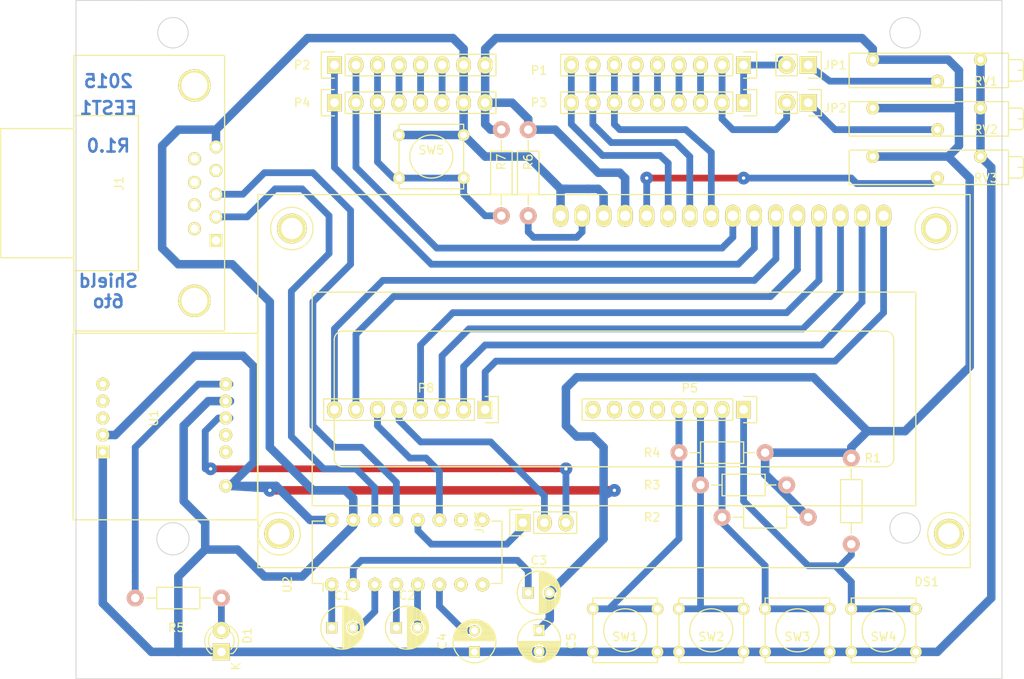
<source format=kicad_pcb>
(kicad_pcb (version 4) (host pcbnew "(2015-12-15 BZR 6377)-product")

  (general
    (links 100)
    (no_connects 0)
    (area 58.369999 53.289999 167.690001 133.400001)
    (thickness 1.6)
    (drawings 19)
    (tracks 349)
    (zones 0)
    (modules 34)
    (nets 65)
  )

  (page A4)
  (title_block
    (title "Placa adicional TPs 6to año EEST1")
    (date 2015-12-22)
    (rev R1.0)
    (company "Escuela de Educación Secundaria Técnica 1 VL")
  )

  (layers
    (0 F.Cu signal)
    (31 B.Cu signal hide)
    (32 B.Adhes user)
    (33 F.Adhes user)
    (34 B.Paste user)
    (35 F.Paste user)
    (36 B.SilkS user)
    (37 F.SilkS user)
    (38 B.Mask user)
    (39 F.Mask user)
    (40 Dwgs.User user hide)
    (41 Cmts.User user)
    (42 Eco1.User user)
    (43 Eco2.User user)
    (44 Edge.Cuts user)
    (45 Margin user)
    (46 B.CrtYd user)
    (47 F.CrtYd user)
    (48 B.Fab user)
    (49 F.Fab user)
  )

  (setup
    (last_trace_width 0.8)
    (trace_clearance 0.2)
    (zone_clearance 0.508)
    (zone_45_only no)
    (trace_min 0.2)
    (segment_width 0.2)
    (edge_width 0.1)
    (via_size 1.5)
    (via_drill 0.4)
    (via_min_size 0.4)
    (via_min_drill 0.3)
    (uvia_size 0.3)
    (uvia_drill 0.1)
    (uvias_allowed no)
    (uvia_min_size 0.2)
    (uvia_min_drill 0.1)
    (pcb_text_width 0.3)
    (pcb_text_size 1.5 1.5)
    (mod_edge_width 0.15)
    (mod_text_size 1 1)
    (mod_text_width 0.15)
    (pad_size 1.5 1.5)
    (pad_drill 0.6)
    (pad_to_mask_clearance 0)
    (aux_axis_origin 138.43 106.68)
    (grid_origin 58.42 133.35)
    (visible_elements FFFFFF7F)
    (pcbplotparams
      (layerselection 0x00030_ffffffff)
      (usegerberextensions false)
      (excludeedgelayer true)
      (linewidth 0.100000)
      (plotframeref false)
      (viasonmask false)
      (mode 1)
      (useauxorigin false)
      (hpglpennumber 1)
      (hpglpenspeed 20)
      (hpglpendiameter 15)
      (hpglpenoverlay 2)
      (psnegative false)
      (psa4output false)
      (plotreference true)
      (plotvalue true)
      (plotinvisibletext false)
      (padsonsilk false)
      (subtractmaskfromsilk false)
      (outputformat 1)
      (mirror false)
      (drillshape 1)
      (scaleselection 1)
      (outputdirectory ""))
  )

  (net 0 "")
  (net 1 "Net-(C1-Pad1)")
  (net 2 "Net-(C1-Pad2)")
  (net 3 "Net-(C2-Pad1)")
  (net 4 +5V)
  (net 5 GND)
  (net 6 "Net-(C4-Pad2)")
  (net 7 "Net-(DS1-Pad3)")
  (net 8 RS)
  (net 9 R/W)
  (net 10 En)
  (net 11 /RD0)
  (net 12 /RD1)
  (net 13 /RD2)
  (net 14 /RD3)
  (net 15 /RD4)
  (net 16 /RD5)
  (net 17 /RD6)
  (net 18 /RD7)
  (net 19 "Net-(DS1-Pad15)")
  (net 20 "Net-(J1-Pad1)")
  (net 21 "Net-(J1-Pad2)")
  (net 22 "Net-(J1-Pad3)")
  (net 23 "Net-(J1-Pad4)")
  (net 24 "Net-(J1-Pad6)")
  (net 25 "Net-(J1-Pad7)")
  (net 26 "Net-(J1-Pad8)")
  (net 27 "Net-(J1-Pad9)")
  (net 28 "Net-(JP1-Pad1)")
  (net 29 /RA0)
  (net 30 "Net-(JP2-Pad1)")
  (net 31 /RA1)
  (net 32 /RB7)
  (net 33 /RB6)
  (net 34 /RB5)
  (net 35 /RB4)
  (net 36 /RB3)
  (net 37 /RB2)
  (net 38 /RB1)
  (net 39 /RB0)
  (net 40 /RA2)
  (net 41 /RA3)
  (net 42 /RA4)
  (net 43 /RA5)
  (net 44 /RE3)
  (net 45 /RC2)
  (net 46 /RC1)
  (net 47 /RC0)
  (net 48 RX)
  (net 49 TX)
  (net 50 "Net-(U1-Pad3)")
  (net 51 "Net-(U1-Pad4)")
  (net 52 "Net-(U1-Pad5)")
  (net 53 "Net-(U1-Pad9)")
  (net 54 "Net-(U1-Pad10)")
  (net 55 "Net-(U2-Pad7)")
  (net 56 "Net-(U2-Pad8)")
  (net 57 "Net-(U2-Pad9)")
  (net 58 "Net-(U2-Pad10)")
  (net 59 "Net-(C2-Pad2)")
  (net 60 "Net-(C3-Pad1)")
  (net 61 "Net-(D1-Pad2)")
  (net 62 "Net-(R5-Pad2)")
  (net 63 PC)
  (net 64 Tarjeta)

  (net_class Default "This is the default net class."
    (clearance 0.2)
    (trace_width 0.8)
    (via_dia 1.5)
    (via_drill 0.4)
    (uvia_dia 0.3)
    (uvia_drill 0.1)
    (add_net /RA0)
    (add_net /RA1)
    (add_net /RA2)
    (add_net /RA3)
    (add_net /RA4)
    (add_net /RA5)
    (add_net /RB0)
    (add_net /RB1)
    (add_net /RB2)
    (add_net /RB3)
    (add_net /RB4)
    (add_net /RB5)
    (add_net /RB6)
    (add_net /RB7)
    (add_net /RC0)
    (add_net /RC1)
    (add_net /RC2)
    (add_net /RD0)
    (add_net /RD1)
    (add_net /RD2)
    (add_net /RD3)
    (add_net /RD4)
    (add_net /RD5)
    (add_net /RD6)
    (add_net /RD7)
    (add_net /RE3)
    (add_net En)
    (add_net "Net-(C1-Pad1)")
    (add_net "Net-(C1-Pad2)")
    (add_net "Net-(C2-Pad1)")
    (add_net "Net-(C2-Pad2)")
    (add_net "Net-(C3-Pad1)")
    (add_net "Net-(C4-Pad2)")
    (add_net "Net-(D1-Pad2)")
    (add_net "Net-(DS1-Pad15)")
    (add_net "Net-(DS1-Pad3)")
    (add_net "Net-(J1-Pad1)")
    (add_net "Net-(J1-Pad2)")
    (add_net "Net-(J1-Pad3)")
    (add_net "Net-(J1-Pad4)")
    (add_net "Net-(J1-Pad6)")
    (add_net "Net-(J1-Pad7)")
    (add_net "Net-(J1-Pad8)")
    (add_net "Net-(J1-Pad9)")
    (add_net "Net-(JP1-Pad1)")
    (add_net "Net-(JP2-Pad1)")
    (add_net "Net-(R5-Pad2)")
    (add_net "Net-(U1-Pad10)")
    (add_net "Net-(U1-Pad3)")
    (add_net "Net-(U1-Pad4)")
    (add_net "Net-(U1-Pad5)")
    (add_net "Net-(U1-Pad9)")
    (add_net "Net-(U2-Pad10)")
    (add_net "Net-(U2-Pad7)")
    (add_net "Net-(U2-Pad8)")
    (add_net "Net-(U2-Pad9)")
    (add_net PC)
    (add_net R/W)
    (add_net RS)
    (add_net RX)
    (add_net TX)
    (add_net Tarjeta)
  )

  (net_class Power ""
    (clearance 0.2)
    (trace_width 1)
    (via_dia 1.5)
    (via_drill 0.4)
    (uvia_dia 0.3)
    (uvia_drill 0.1)
    (add_net +5V)
    (add_net GND)
  )

  (module Librerias:ID12-LA (layer F.Cu) (tedit 5669D890) (tstamp 567647FE)
    (at 68.58 101.6 90)
    (path /566A10F5)
    (fp_text reference U1 (at -1 -1 90) (layer F.SilkS)
      (effects (font (size 1 1) (thickness 0.15)))
    )
    (fp_text value ID-12LA (at 0 1 90) (layer F.Fab)
      (effects (font (size 1 1) (thickness 0.15)))
    )
    (fp_line (start -13 11.25) (end -13 11) (layer F.SilkS) (width 0.15))
    (fp_line (start -13 -10.5) (end -13 -10) (layer F.SilkS) (width 0.15))
    (fp_line (start 9 10.5) (end 9 11.25) (layer F.SilkS) (width 0.15))
    (fp_line (start -13 11.25) (end 9 11.25) (layer F.SilkS) (width 0.15))
    (fp_line (start 9 10.5) (end 9 -10.5) (layer F.SilkS) (width 0.15))
    (fp_line (start 9 -10.5) (end -13 -10.5) (layer F.SilkS) (width 0.15))
    (fp_line (start -13 -10) (end -13 11) (layer F.SilkS) (width 0.15))
    (pad 1 thru_hole rect (at -5 -7 90) (size 1.524 1.524) (drill 0.762) (layers *.Cu *.Mask F.SilkS)
      (net 5 GND))
    (pad 2 thru_hole circle (at -3 -7 90) (size 1.524 1.524) (drill 0.762) (layers *.Cu *.Mask F.SilkS)
      (net 4 +5V))
    (pad 3 thru_hole circle (at -1 -7 90) (size 1.524 1.524) (drill 0.762) (layers *.Cu *.Mask F.SilkS)
      (net 50 "Net-(U1-Pad3)"))
    (pad 4 thru_hole circle (at 1 -7 90) (size 1.524 1.524) (drill 0.762) (layers *.Cu *.Mask F.SilkS)
      (net 51 "Net-(U1-Pad4)"))
    (pad 5 thru_hole circle (at 3 -7 90) (size 1.524 1.524) (drill 0.762) (layers *.Cu *.Mask F.SilkS)
      (net 52 "Net-(U1-Pad5)"))
    (pad 6 thru_hole circle (at 3 7.5 90) (size 1.524 1.524) (drill 0.762) (layers *.Cu *.Mask F.SilkS)
      (net 62 "Net-(R5-Pad2)"))
    (pad 7 thru_hole circle (at 1 7.5 90) (size 1.524 1.524) (drill 0.762) (layers *.Cu *.Mask F.SilkS)
      (net 5 GND))
    (pad 8 thru_hole circle (at -1 7.5 90) (size 1.524 1.524) (drill 0.762) (layers *.Cu *.Mask F.SilkS)
      (net 64 Tarjeta))
    (pad 9 thru_hole circle (at -3 7.5 90) (size 1.524 1.524) (drill 0.762) (layers *.Cu *.Mask F.SilkS)
      (net 53 "Net-(U1-Pad9)"))
    (pad 10 thru_hole circle (at -5 7.5 90) (size 1.524 1.524) (drill 0.762) (layers *.Cu *.Mask F.SilkS)
      (net 54 "Net-(U1-Pad10)"))
    (pad 11 thru_hole circle (at -9 7.5 90) (size 1.524 1.524) (drill 0.762) (layers *.Cu *.Mask F.SilkS)
      (net 4 +5V))
    (model /home/esteban/kicad/Modulos/3D/ID-12LA.wrl
      (at (xyz -0.21 -0.31 0))
      (scale (xyz 0.393701 0.393701 0.393701))
      (rotate (xyz 0 0 0))
    )
  )

  (module Display:RC1602A (layer F.Cu) (tedit 5679D779) (tstamp 5671E9BB)
    (at 120.65 78.74 180)
    (descr http://www.raystar-optronics.com/down.php?ProID=18)
    (tags "LCD 16x2 Alphanumeric 16pin")
    (path /56644880)
    (fp_text reference DS1 (at -38.1 -43.18 180) (layer F.SilkS)
      (effects (font (size 1 1) (thickness 0.15)))
    )
    (fp_text value LCD16X2 (at -40.005 -27.94 270) (layer F.Fab)
      (effects (font (size 1 1) (thickness 0.15)))
    )
    (fp_line (start -34.2265 -14.60246) (end -34.2265 -28.60294) (layer F.SilkS) (width 0.15))
    (fp_line (start 30.77464 -13.60424) (end -33.22574 -13.60424) (layer F.SilkS) (width 0.15))
    (fp_line (start 31.77286 -28.60294) (end 31.77286 -14.60246) (layer F.SilkS) (width 0.15))
    (fp_line (start -33.22574 -29.6037) (end 30.77464 -29.6037) (layer F.SilkS) (width 0.15))
    (fp_arc (start 30.77464 -28.60294) (end 30.77464 -29.6037) (angle 90) (layer F.SilkS) (width 0.15))
    (fp_arc (start 30.77464 -14.60246) (end 31.77286 -14.60246) (angle 90) (layer F.SilkS) (width 0.15))
    (fp_arc (start -33.22574 -14.60246) (end -33.22574 -13.60424) (angle 90) (layer F.SilkS) (width 0.15))
    (fp_arc (start -33.22574 -28.60294) (end -34.2265 -28.60294) (angle 90) (layer F.SilkS) (width 0.15))
    (fp_line (start -36.82492 -34.20364) (end 34.37382 -34.20364) (layer F.SilkS) (width 0.15))
    (fp_line (start 34.37382 -34.20364) (end 34.37382 -9.0043) (layer F.SilkS) (width 0.15))
    (fp_line (start 34.37382 -9.0043) (end -36.82492 -9.0043) (layer F.SilkS) (width 0.15))
    (fp_line (start -36.82492 -9.0043) (end -36.82492 -34.20364) (layer F.SilkS) (width 0.15))
    (fp_circle (center -40.72636 -37.5031) (end -38.22446 -37.5031) (layer F.SilkS) (width 0.15))
    (fp_circle (center 38.27526 -37.5031) (end 40.77462 -37.5031) (layer F.SilkS) (width 0.15))
    (fp_circle (center 36.77412 -1.50368) (end 39.27348 -1.50368) (layer F.SilkS) (width 0.15))
    (fp_circle (center -39.22522 -1.50368) (end -36.72586 -1.50368) (layer F.SilkS) (width 0.15))
    (fp_line (start 40.77462 -41.5036) (end 40.77462 2.49682) (layer F.SilkS) (width 0.15))
    (fp_line (start 40.77462 2.49682) (end -43.22572 2.49682) (layer F.SilkS) (width 0.15))
    (fp_line (start 40.77462 -41.5036) (end -43.22572 -41.5036) (layer F.SilkS) (width 0.15))
    (fp_line (start -43.22572 -41.5036) (end -43.22572 2.49682) (layer F.SilkS) (width 0.15))
    (pad 1 thru_hole oval (at 0 0 180) (size 1.8 2.6) (drill 1.2) (layers *.Cu *.Mask F.SilkS)
      (net 5 GND))
    (pad 2 thru_hole oval (at -2.54 0 180) (size 1.8 2.6) (drill 1.2) (layers *.Cu *.Mask F.SilkS)
      (net 4 +5V))
    (pad 3 thru_hole oval (at -5.08 0 180) (size 1.8 2.6) (drill 1.2) (layers *.Cu *.Mask F.SilkS)
      (net 7 "Net-(DS1-Pad3)"))
    (pad 4 thru_hole oval (at -7.62 0 180) (size 1.8 2.6) (drill 1.2) (layers *.Cu *.Mask F.SilkS)
      (net 8 RS))
    (pad 5 thru_hole oval (at -10.16 0 180) (size 1.8 2.6) (drill 1.2) (layers *.Cu *.Mask F.SilkS)
      (net 9 R/W))
    (pad 6 thru_hole oval (at -12.7 0 180) (size 1.8 2.6) (drill 1.2) (layers *.Cu *.Mask F.SilkS)
      (net 10 En))
    (pad 7 thru_hole oval (at -15.24 0 180) (size 1.8 2.6) (drill 1.2) (layers *.Cu *.Mask F.SilkS)
      (net 11 /RD0))
    (pad 8 thru_hole oval (at -17.78 0 180) (size 1.8 2.6) (drill 1.2) (layers *.Cu *.Mask F.SilkS)
      (net 12 /RD1))
    (pad 9 thru_hole oval (at -20.32 0 180) (size 1.8 2.6) (drill 1.2) (layers *.Cu *.Mask F.SilkS)
      (net 13 /RD2))
    (pad 10 thru_hole oval (at -22.86 0 180) (size 1.8 2.6) (drill 1.2) (layers *.Cu *.Mask F.SilkS)
      (net 14 /RD3))
    (pad 11 thru_hole oval (at -25.4 0 180) (size 1.8 2.6) (drill 1.2) (layers *.Cu *.Mask F.SilkS)
      (net 15 /RD4))
    (pad 12 thru_hole oval (at -27.94 0 180) (size 1.8 2.6) (drill 1.2) (layers *.Cu *.Mask F.SilkS)
      (net 16 /RD5))
    (pad 13 thru_hole oval (at -30.48508 -0.00254 180) (size 1.8 2.6) (drill 1.2) (layers *.Cu *.Mask F.SilkS)
      (net 17 /RD6))
    (pad 14 thru_hole oval (at -33.02 0 180) (size 1.8 2.6) (drill 1.2) (layers *.Cu *.Mask F.SilkS)
      (net 18 /RD7))
    (pad 15 thru_hole oval (at 2.54 0 180) (size 1.8 2.6) (drill 1.2) (layers *.Cu *.Mask F.SilkS)
      (net 19 "Net-(DS1-Pad15)"))
    (pad 16 thru_hole oval (at 5.08 0 180) (size 1.8 2.6) (drill 1.2) (layers *.Cu *.Mask F.SilkS)
      (net 5 GND))
    (pad 0 thru_hole circle (at -39.22522 -1.50368 180) (size 3.5 3.5) (drill 2.5) (layers *.Cu *.Mask F.SilkS))
    (pad 0 thru_hole circle (at -40.72636 -37.5031 180) (size 3.5 3.5) (drill 2.5) (layers *.Cu *.Mask F.SilkS))
    (pad 0 thru_hole circle (at 38.27526 -37.5031 180) (size 3.5 3.5) (drill 2.5) (layers *.Cu *.Mask F.SilkS))
    (pad 0 thru_hole circle (at 36.77412 -1.50368 180) (size 3.5 3.5) (drill 2.5) (layers *.Cu *.Mask F.SilkS))
    (model /home/esteban/kicad/Librerias/indicators/lcd_16x2_nmtc-s16205dfyhsay.wrl
      (at (xyz -0.035 0.6 0))
      (scale (xyz 1 1 1))
      (rotate (xyz 0 0 0))
    )
  )

  (module Connect:DB9FC (layer F.Cu) (tedit 0) (tstamp 5671E9D4)
    (at 73.66 76.2 90)
    (descr "Connecteur DB9 femelle couche")
    (tags "CONN DB9")
    (path /566448E1)
    (fp_text reference J1 (at 1.27 -10.16 90) (layer F.SilkS)
      (effects (font (size 1 1) (thickness 0.15)))
    )
    (fp_text value DB9 (at 1.27 -3.81 90) (layer F.Fab)
      (effects (font (size 1 1) (thickness 0.15)))
    )
    (fp_line (start -16.129 2.286) (end 16.383 2.286) (layer F.SilkS) (width 0.15))
    (fp_line (start 16.383 2.286) (end 16.383 -15.494) (layer F.SilkS) (width 0.15))
    (fp_line (start 16.383 -15.494) (end -16.129 -15.494) (layer F.SilkS) (width 0.15))
    (fp_line (start -16.129 -15.494) (end -16.129 2.286) (layer F.SilkS) (width 0.15))
    (fp_line (start -9.017 -15.494) (end -9.017 -7.874) (layer F.SilkS) (width 0.15))
    (fp_line (start -9.017 -7.874) (end 9.271 -7.874) (layer F.SilkS) (width 0.15))
    (fp_line (start 9.271 -7.874) (end 9.271 -15.494) (layer F.SilkS) (width 0.15))
    (fp_line (start -7.493 -15.494) (end -7.493 -24.13) (layer F.SilkS) (width 0.15))
    (fp_line (start -7.493 -24.13) (end 7.747 -24.13) (layer F.SilkS) (width 0.15))
    (fp_line (start 7.747 -24.13) (end 7.747 -15.494) (layer F.SilkS) (width 0.15))
    (pad "" thru_hole circle (at 12.827 -1.27 90) (size 3.81 3.81) (drill 3.048) (layers *.Cu *.Mask F.SilkS))
    (pad "" thru_hole circle (at -12.573 -1.27 90) (size 3.81 3.81) (drill 3.048) (layers *.Cu *.Mask F.SilkS))
    (pad 1 thru_hole rect (at -5.461 1.27 90) (size 1.524 1.524) (drill 1.016) (layers *.Cu *.Mask F.SilkS)
      (net 20 "Net-(J1-Pad1)"))
    (pad 2 thru_hole circle (at -2.667 1.27 90) (size 1.524 1.524) (drill 1.016) (layers *.Cu *.Mask F.SilkS)
      (net 21 "Net-(J1-Pad2)"))
    (pad 3 thru_hole circle (at 0 1.27 90) (size 1.524 1.524) (drill 1.016) (layers *.Cu *.Mask F.SilkS)
      (net 22 "Net-(J1-Pad3)"))
    (pad 4 thru_hole circle (at 2.794 1.27 90) (size 1.524 1.524) (drill 1.016) (layers *.Cu *.Mask F.SilkS)
      (net 23 "Net-(J1-Pad4)"))
    (pad 5 thru_hole circle (at 5.588 1.27 90) (size 1.524 1.524) (drill 1.016) (layers *.Cu *.Mask F.SilkS)
      (net 5 GND))
    (pad 6 thru_hole circle (at -4.064 -1.27 90) (size 1.524 1.524) (drill 1.016) (layers *.Cu *.Mask F.SilkS)
      (net 24 "Net-(J1-Pad6)"))
    (pad 7 thru_hole circle (at -1.27 -1.27 90) (size 1.524 1.524) (drill 1.016) (layers *.Cu *.Mask F.SilkS)
      (net 25 "Net-(J1-Pad7)"))
    (pad 8 thru_hole circle (at 1.397 -1.27 90) (size 1.524 1.524) (drill 1.016) (layers *.Cu *.Mask F.SilkS)
      (net 26 "Net-(J1-Pad8)"))
    (pad 9 thru_hole circle (at 4.191 -1.27 90) (size 1.524 1.524) (drill 1.016) (layers *.Cu *.Mask F.SilkS)
      (net 27 "Net-(J1-Pad9)"))
    (model Connect.3dshapes/DB9FC.wrl
      (at (xyz 0 0 0))
      (scale (xyz 1 1 1))
      (rotate (xyz 0 0 0))
    )
  )

  (module Capacitors_ThroughHole:C_Radial_D5_L6_P2.5 (layer F.Cu) (tedit 0) (tstamp 5671E8EF)
    (at 88.5825 127.3175)
    (descr "Radial Electrolytic Capacitor Diameter 5mm x Length 6mm, Pitch 2.5mm")
    (tags "Electrolytic Capacitor")
    (path /56644CF6)
    (fp_text reference C1 (at 1.25 -3.8) (layer F.SilkS)
      (effects (font (size 1 1) (thickness 0.15)))
    )
    (fp_text value 1uF (at 1.25 3.8) (layer F.Fab)
      (effects (font (size 1 1) (thickness 0.15)))
    )
    (fp_line (start 1.325 -2.499) (end 1.325 2.499) (layer F.SilkS) (width 0.15))
    (fp_line (start 1.465 -2.491) (end 1.465 2.491) (layer F.SilkS) (width 0.15))
    (fp_line (start 1.605 -2.475) (end 1.605 -0.095) (layer F.SilkS) (width 0.15))
    (fp_line (start 1.605 0.095) (end 1.605 2.475) (layer F.SilkS) (width 0.15))
    (fp_line (start 1.745 -2.451) (end 1.745 -0.49) (layer F.SilkS) (width 0.15))
    (fp_line (start 1.745 0.49) (end 1.745 2.451) (layer F.SilkS) (width 0.15))
    (fp_line (start 1.885 -2.418) (end 1.885 -0.657) (layer F.SilkS) (width 0.15))
    (fp_line (start 1.885 0.657) (end 1.885 2.418) (layer F.SilkS) (width 0.15))
    (fp_line (start 2.025 -2.377) (end 2.025 -0.764) (layer F.SilkS) (width 0.15))
    (fp_line (start 2.025 0.764) (end 2.025 2.377) (layer F.SilkS) (width 0.15))
    (fp_line (start 2.165 -2.327) (end 2.165 -0.835) (layer F.SilkS) (width 0.15))
    (fp_line (start 2.165 0.835) (end 2.165 2.327) (layer F.SilkS) (width 0.15))
    (fp_line (start 2.305 -2.266) (end 2.305 -0.879) (layer F.SilkS) (width 0.15))
    (fp_line (start 2.305 0.879) (end 2.305 2.266) (layer F.SilkS) (width 0.15))
    (fp_line (start 2.445 -2.196) (end 2.445 -0.898) (layer F.SilkS) (width 0.15))
    (fp_line (start 2.445 0.898) (end 2.445 2.196) (layer F.SilkS) (width 0.15))
    (fp_line (start 2.585 -2.114) (end 2.585 -0.896) (layer F.SilkS) (width 0.15))
    (fp_line (start 2.585 0.896) (end 2.585 2.114) (layer F.SilkS) (width 0.15))
    (fp_line (start 2.725 -2.019) (end 2.725 -0.871) (layer F.SilkS) (width 0.15))
    (fp_line (start 2.725 0.871) (end 2.725 2.019) (layer F.SilkS) (width 0.15))
    (fp_line (start 2.865 -1.908) (end 2.865 -0.823) (layer F.SilkS) (width 0.15))
    (fp_line (start 2.865 0.823) (end 2.865 1.908) (layer F.SilkS) (width 0.15))
    (fp_line (start 3.005 -1.78) (end 3.005 -0.745) (layer F.SilkS) (width 0.15))
    (fp_line (start 3.005 0.745) (end 3.005 1.78) (layer F.SilkS) (width 0.15))
    (fp_line (start 3.145 -1.631) (end 3.145 -0.628) (layer F.SilkS) (width 0.15))
    (fp_line (start 3.145 0.628) (end 3.145 1.631) (layer F.SilkS) (width 0.15))
    (fp_line (start 3.285 -1.452) (end 3.285 -0.44) (layer F.SilkS) (width 0.15))
    (fp_line (start 3.285 0.44) (end 3.285 1.452) (layer F.SilkS) (width 0.15))
    (fp_line (start 3.425 -1.233) (end 3.425 1.233) (layer F.SilkS) (width 0.15))
    (fp_line (start 3.565 -0.944) (end 3.565 0.944) (layer F.SilkS) (width 0.15))
    (fp_line (start 3.705 -0.472) (end 3.705 0.472) (layer F.SilkS) (width 0.15))
    (fp_circle (center 2.5 0) (end 2.5 -0.9) (layer F.SilkS) (width 0.15))
    (fp_circle (center 1.25 0) (end 1.25 -2.5375) (layer F.SilkS) (width 0.15))
    (fp_circle (center 1.25 0) (end 1.25 -2.8) (layer F.CrtYd) (width 0.05))
    (pad 1 thru_hole rect (at 0 0) (size 1.3 1.3) (drill 0.8) (layers *.Cu *.Mask F.SilkS)
      (net 1 "Net-(C1-Pad1)"))
    (pad 2 thru_hole circle (at 2.5 0) (size 1.3 1.3) (drill 0.8) (layers *.Cu *.Mask F.SilkS)
      (net 2 "Net-(C1-Pad2)"))
    (model Capacitors_ThroughHole.3dshapes/C_Radial_D5_L6_P2.5.wrl
      (at (xyz 0.0492126 0 0))
      (scale (xyz 1 1 1))
      (rotate (xyz 0 0 90))
    )
  )

  (module Capacitors_ThroughHole:C_Radial_D5_L6_P2.5 (layer F.Cu) (tedit 0) (tstamp 5671E917)
    (at 96.2025 127.3175)
    (descr "Radial Electrolytic Capacitor Diameter 5mm x Length 6mm, Pitch 2.5mm")
    (tags "Electrolytic Capacitor")
    (path /56644D07)
    (fp_text reference C2 (at 1.25 -3.8) (layer F.SilkS)
      (effects (font (size 1 1) (thickness 0.15)))
    )
    (fp_text value 1uF (at 1.25 3.8) (layer F.Fab)
      (effects (font (size 1 1) (thickness 0.15)))
    )
    (fp_line (start 1.325 -2.499) (end 1.325 2.499) (layer F.SilkS) (width 0.15))
    (fp_line (start 1.465 -2.491) (end 1.465 2.491) (layer F.SilkS) (width 0.15))
    (fp_line (start 1.605 -2.475) (end 1.605 -0.095) (layer F.SilkS) (width 0.15))
    (fp_line (start 1.605 0.095) (end 1.605 2.475) (layer F.SilkS) (width 0.15))
    (fp_line (start 1.745 -2.451) (end 1.745 -0.49) (layer F.SilkS) (width 0.15))
    (fp_line (start 1.745 0.49) (end 1.745 2.451) (layer F.SilkS) (width 0.15))
    (fp_line (start 1.885 -2.418) (end 1.885 -0.657) (layer F.SilkS) (width 0.15))
    (fp_line (start 1.885 0.657) (end 1.885 2.418) (layer F.SilkS) (width 0.15))
    (fp_line (start 2.025 -2.377) (end 2.025 -0.764) (layer F.SilkS) (width 0.15))
    (fp_line (start 2.025 0.764) (end 2.025 2.377) (layer F.SilkS) (width 0.15))
    (fp_line (start 2.165 -2.327) (end 2.165 -0.835) (layer F.SilkS) (width 0.15))
    (fp_line (start 2.165 0.835) (end 2.165 2.327) (layer F.SilkS) (width 0.15))
    (fp_line (start 2.305 -2.266) (end 2.305 -0.879) (layer F.SilkS) (width 0.15))
    (fp_line (start 2.305 0.879) (end 2.305 2.266) (layer F.SilkS) (width 0.15))
    (fp_line (start 2.445 -2.196) (end 2.445 -0.898) (layer F.SilkS) (width 0.15))
    (fp_line (start 2.445 0.898) (end 2.445 2.196) (layer F.SilkS) (width 0.15))
    (fp_line (start 2.585 -2.114) (end 2.585 -0.896) (layer F.SilkS) (width 0.15))
    (fp_line (start 2.585 0.896) (end 2.585 2.114) (layer F.SilkS) (width 0.15))
    (fp_line (start 2.725 -2.019) (end 2.725 -0.871) (layer F.SilkS) (width 0.15))
    (fp_line (start 2.725 0.871) (end 2.725 2.019) (layer F.SilkS) (width 0.15))
    (fp_line (start 2.865 -1.908) (end 2.865 -0.823) (layer F.SilkS) (width 0.15))
    (fp_line (start 2.865 0.823) (end 2.865 1.908) (layer F.SilkS) (width 0.15))
    (fp_line (start 3.005 -1.78) (end 3.005 -0.745) (layer F.SilkS) (width 0.15))
    (fp_line (start 3.005 0.745) (end 3.005 1.78) (layer F.SilkS) (width 0.15))
    (fp_line (start 3.145 -1.631) (end 3.145 -0.628) (layer F.SilkS) (width 0.15))
    (fp_line (start 3.145 0.628) (end 3.145 1.631) (layer F.SilkS) (width 0.15))
    (fp_line (start 3.285 -1.452) (end 3.285 -0.44) (layer F.SilkS) (width 0.15))
    (fp_line (start 3.285 0.44) (end 3.285 1.452) (layer F.SilkS) (width 0.15))
    (fp_line (start 3.425 -1.233) (end 3.425 1.233) (layer F.SilkS) (width 0.15))
    (fp_line (start 3.565 -0.944) (end 3.565 0.944) (layer F.SilkS) (width 0.15))
    (fp_line (start 3.705 -0.472) (end 3.705 0.472) (layer F.SilkS) (width 0.15))
    (fp_circle (center 2.5 0) (end 2.5 -0.9) (layer F.SilkS) (width 0.15))
    (fp_circle (center 1.25 0) (end 1.25 -2.5375) (layer F.SilkS) (width 0.15))
    (fp_circle (center 1.25 0) (end 1.25 -2.8) (layer F.CrtYd) (width 0.05))
    (pad 1 thru_hole rect (at 0 0) (size 1.3 1.3) (drill 0.8) (layers *.Cu *.Mask F.SilkS)
      (net 3 "Net-(C2-Pad1)"))
    (pad 2 thru_hole circle (at 2.5 0) (size 1.3 1.3) (drill 0.8) (layers *.Cu *.Mask F.SilkS)
      (net 59 "Net-(C2-Pad2)"))
    (model Capacitors_ThroughHole.3dshapes/C_Radial_D5_L6_P2.5.wrl
      (at (xyz 0.0492126 0 0))
      (scale (xyz 1 1 1))
      (rotate (xyz 0 0 90))
    )
  )

  (module Capacitors_ThroughHole:C_Radial_D5_L6_P2.5 (layer F.Cu) (tedit 5679D597) (tstamp 5671E93F)
    (at 111.76 123.19)
    (descr "Radial Electrolytic Capacitor Diameter 5mm x Length 6mm, Pitch 2.5mm")
    (tags "Electrolytic Capacitor")
    (path /56644D16)
    (fp_text reference C3 (at 1.25 -3.8) (layer F.SilkS)
      (effects (font (size 1 1) (thickness 0.15)))
    )
    (fp_text value 1uF (at 3.81 -3.81) (layer F.Fab)
      (effects (font (size 1 1) (thickness 0.15)))
    )
    (fp_line (start 1.325 -2.499) (end 1.325 2.499) (layer F.SilkS) (width 0.15))
    (fp_line (start 1.465 -2.491) (end 1.465 2.491) (layer F.SilkS) (width 0.15))
    (fp_line (start 1.605 -2.475) (end 1.605 -0.095) (layer F.SilkS) (width 0.15))
    (fp_line (start 1.605 0.095) (end 1.605 2.475) (layer F.SilkS) (width 0.15))
    (fp_line (start 1.745 -2.451) (end 1.745 -0.49) (layer F.SilkS) (width 0.15))
    (fp_line (start 1.745 0.49) (end 1.745 2.451) (layer F.SilkS) (width 0.15))
    (fp_line (start 1.885 -2.418) (end 1.885 -0.657) (layer F.SilkS) (width 0.15))
    (fp_line (start 1.885 0.657) (end 1.885 2.418) (layer F.SilkS) (width 0.15))
    (fp_line (start 2.025 -2.377) (end 2.025 -0.764) (layer F.SilkS) (width 0.15))
    (fp_line (start 2.025 0.764) (end 2.025 2.377) (layer F.SilkS) (width 0.15))
    (fp_line (start 2.165 -2.327) (end 2.165 -0.835) (layer F.SilkS) (width 0.15))
    (fp_line (start 2.165 0.835) (end 2.165 2.327) (layer F.SilkS) (width 0.15))
    (fp_line (start 2.305 -2.266) (end 2.305 -0.879) (layer F.SilkS) (width 0.15))
    (fp_line (start 2.305 0.879) (end 2.305 2.266) (layer F.SilkS) (width 0.15))
    (fp_line (start 2.445 -2.196) (end 2.445 -0.898) (layer F.SilkS) (width 0.15))
    (fp_line (start 2.445 0.898) (end 2.445 2.196) (layer F.SilkS) (width 0.15))
    (fp_line (start 2.585 -2.114) (end 2.585 -0.896) (layer F.SilkS) (width 0.15))
    (fp_line (start 2.585 0.896) (end 2.585 2.114) (layer F.SilkS) (width 0.15))
    (fp_line (start 2.725 -2.019) (end 2.725 -0.871) (layer F.SilkS) (width 0.15))
    (fp_line (start 2.725 0.871) (end 2.725 2.019) (layer F.SilkS) (width 0.15))
    (fp_line (start 2.865 -1.908) (end 2.865 -0.823) (layer F.SilkS) (width 0.15))
    (fp_line (start 2.865 0.823) (end 2.865 1.908) (layer F.SilkS) (width 0.15))
    (fp_line (start 3.005 -1.78) (end 3.005 -0.745) (layer F.SilkS) (width 0.15))
    (fp_line (start 3.005 0.745) (end 3.005 1.78) (layer F.SilkS) (width 0.15))
    (fp_line (start 3.145 -1.631) (end 3.145 -0.628) (layer F.SilkS) (width 0.15))
    (fp_line (start 3.145 0.628) (end 3.145 1.631) (layer F.SilkS) (width 0.15))
    (fp_line (start 3.285 -1.452) (end 3.285 -0.44) (layer F.SilkS) (width 0.15))
    (fp_line (start 3.285 0.44) (end 3.285 1.452) (layer F.SilkS) (width 0.15))
    (fp_line (start 3.425 -1.233) (end 3.425 1.233) (layer F.SilkS) (width 0.15))
    (fp_line (start 3.565 -0.944) (end 3.565 0.944) (layer F.SilkS) (width 0.15))
    (fp_line (start 3.705 -0.472) (end 3.705 0.472) (layer F.SilkS) (width 0.15))
    (fp_circle (center 2.5 0) (end 2.5 -0.9) (layer F.SilkS) (width 0.15))
    (fp_circle (center 1.25 0) (end 1.25 -2.5375) (layer F.SilkS) (width 0.15))
    (fp_circle (center 1.25 0) (end 1.25 -2.8) (layer F.CrtYd) (width 0.05))
    (pad 1 thru_hole rect (at 0 0) (size 1.3 1.3) (drill 0.8) (layers *.Cu *.Mask F.SilkS)
      (net 60 "Net-(C3-Pad1)"))
    (pad 2 thru_hole circle (at 2.5 0) (size 1.3 1.3) (drill 0.8) (layers *.Cu *.Mask F.SilkS)
      (net 4 +5V))
    (model Capacitors_ThroughHole.3dshapes/C_Radial_D5_L6_P2.5.wrl
      (at (xyz 0.0492126 0 0))
      (scale (xyz 1 1 1))
      (rotate (xyz 0 0 90))
    )
  )

  (module Capacitors_ThroughHole:C_Radial_D5_L6_P2.5 (layer F.Cu) (tedit 5679D58D) (tstamp 5671E967)
    (at 105.41 130.175 90)
    (descr "Radial Electrolytic Capacitor Diameter 5mm x Length 6mm, Pitch 2.5mm")
    (tags "Electrolytic Capacitor")
    (path /56644D25)
    (fp_text reference C4 (at 1.25 -3.8 90) (layer F.SilkS)
      (effects (font (size 1 1) (thickness 0.15)))
    )
    (fp_text value 1uF (at 5.08 0 180) (layer F.Fab)
      (effects (font (size 1 1) (thickness 0.15)))
    )
    (fp_line (start 1.325 -2.499) (end 1.325 2.499) (layer F.SilkS) (width 0.15))
    (fp_line (start 1.465 -2.491) (end 1.465 2.491) (layer F.SilkS) (width 0.15))
    (fp_line (start 1.605 -2.475) (end 1.605 -0.095) (layer F.SilkS) (width 0.15))
    (fp_line (start 1.605 0.095) (end 1.605 2.475) (layer F.SilkS) (width 0.15))
    (fp_line (start 1.745 -2.451) (end 1.745 -0.49) (layer F.SilkS) (width 0.15))
    (fp_line (start 1.745 0.49) (end 1.745 2.451) (layer F.SilkS) (width 0.15))
    (fp_line (start 1.885 -2.418) (end 1.885 -0.657) (layer F.SilkS) (width 0.15))
    (fp_line (start 1.885 0.657) (end 1.885 2.418) (layer F.SilkS) (width 0.15))
    (fp_line (start 2.025 -2.377) (end 2.025 -0.764) (layer F.SilkS) (width 0.15))
    (fp_line (start 2.025 0.764) (end 2.025 2.377) (layer F.SilkS) (width 0.15))
    (fp_line (start 2.165 -2.327) (end 2.165 -0.835) (layer F.SilkS) (width 0.15))
    (fp_line (start 2.165 0.835) (end 2.165 2.327) (layer F.SilkS) (width 0.15))
    (fp_line (start 2.305 -2.266) (end 2.305 -0.879) (layer F.SilkS) (width 0.15))
    (fp_line (start 2.305 0.879) (end 2.305 2.266) (layer F.SilkS) (width 0.15))
    (fp_line (start 2.445 -2.196) (end 2.445 -0.898) (layer F.SilkS) (width 0.15))
    (fp_line (start 2.445 0.898) (end 2.445 2.196) (layer F.SilkS) (width 0.15))
    (fp_line (start 2.585 -2.114) (end 2.585 -0.896) (layer F.SilkS) (width 0.15))
    (fp_line (start 2.585 0.896) (end 2.585 2.114) (layer F.SilkS) (width 0.15))
    (fp_line (start 2.725 -2.019) (end 2.725 -0.871) (layer F.SilkS) (width 0.15))
    (fp_line (start 2.725 0.871) (end 2.725 2.019) (layer F.SilkS) (width 0.15))
    (fp_line (start 2.865 -1.908) (end 2.865 -0.823) (layer F.SilkS) (width 0.15))
    (fp_line (start 2.865 0.823) (end 2.865 1.908) (layer F.SilkS) (width 0.15))
    (fp_line (start 3.005 -1.78) (end 3.005 -0.745) (layer F.SilkS) (width 0.15))
    (fp_line (start 3.005 0.745) (end 3.005 1.78) (layer F.SilkS) (width 0.15))
    (fp_line (start 3.145 -1.631) (end 3.145 -0.628) (layer F.SilkS) (width 0.15))
    (fp_line (start 3.145 0.628) (end 3.145 1.631) (layer F.SilkS) (width 0.15))
    (fp_line (start 3.285 -1.452) (end 3.285 -0.44) (layer F.SilkS) (width 0.15))
    (fp_line (start 3.285 0.44) (end 3.285 1.452) (layer F.SilkS) (width 0.15))
    (fp_line (start 3.425 -1.233) (end 3.425 1.233) (layer F.SilkS) (width 0.15))
    (fp_line (start 3.565 -0.944) (end 3.565 0.944) (layer F.SilkS) (width 0.15))
    (fp_line (start 3.705 -0.472) (end 3.705 0.472) (layer F.SilkS) (width 0.15))
    (fp_circle (center 2.5 0) (end 2.5 -0.9) (layer F.SilkS) (width 0.15))
    (fp_circle (center 1.25 0) (end 1.25 -2.5375) (layer F.SilkS) (width 0.15))
    (fp_circle (center 1.25 0) (end 1.25 -2.8) (layer F.CrtYd) (width 0.05))
    (pad 1 thru_hole rect (at 0 0 90) (size 1.3 1.3) (drill 0.8) (layers *.Cu *.Mask F.SilkS)
      (net 5 GND))
    (pad 2 thru_hole circle (at 2.5 0 90) (size 1.3 1.3) (drill 0.8) (layers *.Cu *.Mask F.SilkS)
      (net 6 "Net-(C4-Pad2)"))
    (model Capacitors_ThroughHole.3dshapes/C_Radial_D5_L6_P2.5.wrl
      (at (xyz 0.0492126 0 0))
      (scale (xyz 1 1 1))
      (rotate (xyz 0 0 90))
    )
  )

  (module Capacitors_ThroughHole:C_Radial_D5_L6_P2.5 (layer F.Cu) (tedit 0) (tstamp 5671E98F)
    (at 113.03 127.635 270)
    (descr "Radial Electrolytic Capacitor Diameter 5mm x Length 6mm, Pitch 2.5mm")
    (tags "Electrolytic Capacitor")
    (path /56644D34)
    (fp_text reference C5 (at 1.25 -3.8 270) (layer F.SilkS)
      (effects (font (size 1 1) (thickness 0.15)))
    )
    (fp_text value 10uF (at 1.25 3.8 270) (layer F.Fab)
      (effects (font (size 1 1) (thickness 0.15)))
    )
    (fp_line (start 1.325 -2.499) (end 1.325 2.499) (layer F.SilkS) (width 0.15))
    (fp_line (start 1.465 -2.491) (end 1.465 2.491) (layer F.SilkS) (width 0.15))
    (fp_line (start 1.605 -2.475) (end 1.605 -0.095) (layer F.SilkS) (width 0.15))
    (fp_line (start 1.605 0.095) (end 1.605 2.475) (layer F.SilkS) (width 0.15))
    (fp_line (start 1.745 -2.451) (end 1.745 -0.49) (layer F.SilkS) (width 0.15))
    (fp_line (start 1.745 0.49) (end 1.745 2.451) (layer F.SilkS) (width 0.15))
    (fp_line (start 1.885 -2.418) (end 1.885 -0.657) (layer F.SilkS) (width 0.15))
    (fp_line (start 1.885 0.657) (end 1.885 2.418) (layer F.SilkS) (width 0.15))
    (fp_line (start 2.025 -2.377) (end 2.025 -0.764) (layer F.SilkS) (width 0.15))
    (fp_line (start 2.025 0.764) (end 2.025 2.377) (layer F.SilkS) (width 0.15))
    (fp_line (start 2.165 -2.327) (end 2.165 -0.835) (layer F.SilkS) (width 0.15))
    (fp_line (start 2.165 0.835) (end 2.165 2.327) (layer F.SilkS) (width 0.15))
    (fp_line (start 2.305 -2.266) (end 2.305 -0.879) (layer F.SilkS) (width 0.15))
    (fp_line (start 2.305 0.879) (end 2.305 2.266) (layer F.SilkS) (width 0.15))
    (fp_line (start 2.445 -2.196) (end 2.445 -0.898) (layer F.SilkS) (width 0.15))
    (fp_line (start 2.445 0.898) (end 2.445 2.196) (layer F.SilkS) (width 0.15))
    (fp_line (start 2.585 -2.114) (end 2.585 -0.896) (layer F.SilkS) (width 0.15))
    (fp_line (start 2.585 0.896) (end 2.585 2.114) (layer F.SilkS) (width 0.15))
    (fp_line (start 2.725 -2.019) (end 2.725 -0.871) (layer F.SilkS) (width 0.15))
    (fp_line (start 2.725 0.871) (end 2.725 2.019) (layer F.SilkS) (width 0.15))
    (fp_line (start 2.865 -1.908) (end 2.865 -0.823) (layer F.SilkS) (width 0.15))
    (fp_line (start 2.865 0.823) (end 2.865 1.908) (layer F.SilkS) (width 0.15))
    (fp_line (start 3.005 -1.78) (end 3.005 -0.745) (layer F.SilkS) (width 0.15))
    (fp_line (start 3.005 0.745) (end 3.005 1.78) (layer F.SilkS) (width 0.15))
    (fp_line (start 3.145 -1.631) (end 3.145 -0.628) (layer F.SilkS) (width 0.15))
    (fp_line (start 3.145 0.628) (end 3.145 1.631) (layer F.SilkS) (width 0.15))
    (fp_line (start 3.285 -1.452) (end 3.285 -0.44) (layer F.SilkS) (width 0.15))
    (fp_line (start 3.285 0.44) (end 3.285 1.452) (layer F.SilkS) (width 0.15))
    (fp_line (start 3.425 -1.233) (end 3.425 1.233) (layer F.SilkS) (width 0.15))
    (fp_line (start 3.565 -0.944) (end 3.565 0.944) (layer F.SilkS) (width 0.15))
    (fp_line (start 3.705 -0.472) (end 3.705 0.472) (layer F.SilkS) (width 0.15))
    (fp_circle (center 2.5 0) (end 2.5 -0.9) (layer F.SilkS) (width 0.15))
    (fp_circle (center 1.25 0) (end 1.25 -2.5375) (layer F.SilkS) (width 0.15))
    (fp_circle (center 1.25 0) (end 1.25 -2.8) (layer F.CrtYd) (width 0.05))
    (pad 1 thru_hole rect (at 0 0 270) (size 1.3 1.3) (drill 0.8) (layers *.Cu *.Mask F.SilkS)
      (net 4 +5V))
    (pad 2 thru_hole circle (at 2.5 0 270) (size 1.3 1.3) (drill 0.8) (layers *.Cu *.Mask F.SilkS)
      (net 5 GND))
    (model Capacitors_ThroughHole.3dshapes/C_Radial_D5_L6_P2.5.wrl
      (at (xyz 0.0492126 0 0))
      (scale (xyz 1 1 1))
      (rotate (xyz 0 0 90))
    )
  )

  (module Pin_Headers:Pin_Header_Straight_1x02 (layer F.Cu) (tedit 5679D61A) (tstamp 5671E9E5)
    (at 144.78 60.96 270)
    (descr "Through hole pin header")
    (tags "pin header")
    (path /5664570D)
    (fp_text reference JP1 (at 0 -3.175 360) (layer F.SilkS)
      (effects (font (size 1 1) (thickness 0.15)))
    )
    (fp_text value JUMPER (at -3.175 1.27 360) (layer F.Fab)
      (effects (font (size 1 1) (thickness 0.15)))
    )
    (fp_line (start 1.27 1.27) (end 1.27 3.81) (layer F.SilkS) (width 0.15))
    (fp_line (start 1.55 -1.55) (end 1.55 0) (layer F.SilkS) (width 0.15))
    (fp_line (start -1.75 -1.75) (end -1.75 4.3) (layer F.CrtYd) (width 0.05))
    (fp_line (start 1.75 -1.75) (end 1.75 4.3) (layer F.CrtYd) (width 0.05))
    (fp_line (start -1.75 -1.75) (end 1.75 -1.75) (layer F.CrtYd) (width 0.05))
    (fp_line (start -1.75 4.3) (end 1.75 4.3) (layer F.CrtYd) (width 0.05))
    (fp_line (start 1.27 1.27) (end -1.27 1.27) (layer F.SilkS) (width 0.15))
    (fp_line (start -1.55 0) (end -1.55 -1.55) (layer F.SilkS) (width 0.15))
    (fp_line (start -1.55 -1.55) (end 1.55 -1.55) (layer F.SilkS) (width 0.15))
    (fp_line (start -1.27 1.27) (end -1.27 3.81) (layer F.SilkS) (width 0.15))
    (fp_line (start -1.27 3.81) (end 1.27 3.81) (layer F.SilkS) (width 0.15))
    (pad 1 thru_hole rect (at 0 0 270) (size 2.032 2.032) (drill 1.016) (layers *.Cu *.Mask F.SilkS)
      (net 28 "Net-(JP1-Pad1)"))
    (pad 2 thru_hole oval (at 0 2.54 270) (size 2.032 2.032) (drill 1.016) (layers *.Cu *.Mask F.SilkS)
      (net 29 /RA0))
    (model Pin_Headers.3dshapes/Pin_Header_Straight_1x02.wrl
      (at (xyz 0 -0.05 0))
      (scale (xyz 1 1 1))
      (rotate (xyz 0 0 90))
    )
  )

  (module Pin_Headers:Pin_Header_Straight_1x02 (layer F.Cu) (tedit 5679D630) (tstamp 5671E9F6)
    (at 144.78 65.405 270)
    (descr "Through hole pin header")
    (tags "pin header")
    (path /56645757)
    (fp_text reference JP2 (at 0.635 -3.175 360) (layer F.SilkS)
      (effects (font (size 1 1) (thickness 0.15)))
    )
    (fp_text value JUMPER (at 3.175 1.905 360) (layer F.Fab)
      (effects (font (size 1 1) (thickness 0.15)))
    )
    (fp_line (start 1.27 1.27) (end 1.27 3.81) (layer F.SilkS) (width 0.15))
    (fp_line (start 1.55 -1.55) (end 1.55 0) (layer F.SilkS) (width 0.15))
    (fp_line (start -1.75 -1.75) (end -1.75 4.3) (layer F.CrtYd) (width 0.05))
    (fp_line (start 1.75 -1.75) (end 1.75 4.3) (layer F.CrtYd) (width 0.05))
    (fp_line (start -1.75 -1.75) (end 1.75 -1.75) (layer F.CrtYd) (width 0.05))
    (fp_line (start -1.75 4.3) (end 1.75 4.3) (layer F.CrtYd) (width 0.05))
    (fp_line (start 1.27 1.27) (end -1.27 1.27) (layer F.SilkS) (width 0.15))
    (fp_line (start -1.55 0) (end -1.55 -1.55) (layer F.SilkS) (width 0.15))
    (fp_line (start -1.55 -1.55) (end 1.55 -1.55) (layer F.SilkS) (width 0.15))
    (fp_line (start -1.27 1.27) (end -1.27 3.81) (layer F.SilkS) (width 0.15))
    (fp_line (start -1.27 3.81) (end 1.27 3.81) (layer F.SilkS) (width 0.15))
    (pad 1 thru_hole rect (at 0 0 270) (size 2.032 2.032) (drill 1.016) (layers *.Cu *.Mask F.SilkS)
      (net 30 "Net-(JP2-Pad1)"))
    (pad 2 thru_hole oval (at 0 2.54 270) (size 2.032 2.032) (drill 1.016) (layers *.Cu *.Mask F.SilkS)
      (net 31 /RA1))
    (model Pin_Headers.3dshapes/Pin_Header_Straight_1x02.wrl
      (at (xyz 0 -0.05 0))
      (scale (xyz 1 1 1))
      (rotate (xyz 0 0 90))
    )
  )

  (module Socket_Strips:Socket_Strip_Straight_1x09 (layer F.Cu) (tedit 5679D602) (tstamp 5671EA3C)
    (at 137.16 65.405 180)
    (descr "Through hole socket strip")
    (tags "socket strip")
    (path /56647247)
    (fp_text reference P3 (at 24.13 0 180) (layer F.SilkS)
      (effects (font (size 1 1) (thickness 0.15)))
    )
    (fp_text value CONN_9 (at 25.4 1.905 180) (layer F.Fab)
      (effects (font (size 1 1) (thickness 0.15)))
    )
    (fp_line (start -1.75 -1.75) (end -1.75 1.75) (layer F.CrtYd) (width 0.05))
    (fp_line (start 22.1 -1.75) (end 22.1 1.75) (layer F.CrtYd) (width 0.05))
    (fp_line (start -1.75 -1.75) (end 22.1 -1.75) (layer F.CrtYd) (width 0.05))
    (fp_line (start -1.75 1.75) (end 22.1 1.75) (layer F.CrtYd) (width 0.05))
    (fp_line (start 1.27 1.27) (end 21.59 1.27) (layer F.SilkS) (width 0.15))
    (fp_line (start 21.59 1.27) (end 21.59 -1.27) (layer F.SilkS) (width 0.15))
    (fp_line (start 21.59 -1.27) (end 1.27 -1.27) (layer F.SilkS) (width 0.15))
    (fp_line (start -1.55 1.55) (end 0 1.55) (layer F.SilkS) (width 0.15))
    (fp_line (start 1.27 1.27) (end 1.27 -1.27) (layer F.SilkS) (width 0.15))
    (fp_line (start 0 -1.55) (end -1.55 -1.55) (layer F.SilkS) (width 0.15))
    (fp_line (start -1.55 -1.55) (end -1.55 1.55) (layer F.SilkS) (width 0.15))
    (pad 1 thru_hole rect (at 0 0 180) (size 1.7272 2.032) (drill 1.016) (layers *.Cu *.Mask F.SilkS)
      (net 29 /RA0))
    (pad 2 thru_hole oval (at 2.54 0 180) (size 1.7272 2.032) (drill 1.016) (layers *.Cu *.Mask F.SilkS)
      (net 31 /RA1))
    (pad 3 thru_hole oval (at 5.08 0 180) (size 1.7272 2.032) (drill 1.016) (layers *.Cu *.Mask F.SilkS)
      (net 40 /RA2))
    (pad 4 thru_hole oval (at 7.62 0 180) (size 1.7272 2.032) (drill 1.016) (layers *.Cu *.Mask F.SilkS)
      (net 41 /RA3))
    (pad 5 thru_hole oval (at 10.16 0 180) (size 1.7272 2.032) (drill 1.016) (layers *.Cu *.Mask F.SilkS)
      (net 42 /RA4))
    (pad 6 thru_hole oval (at 12.7 0 180) (size 1.7272 2.032) (drill 1.016) (layers *.Cu *.Mask F.SilkS)
      (net 43 /RA5))
    (pad 7 thru_hole oval (at 15.24 0 180) (size 1.7272 2.032) (drill 1.016) (layers *.Cu *.Mask F.SilkS)
      (net 10 En))
    (pad 8 thru_hole oval (at 17.78 0 180) (size 1.7272 2.032) (drill 1.016) (layers *.Cu *.Mask F.SilkS)
      (net 9 R/W))
    (pad 9 thru_hole oval (at 20.32 0 180) (size 1.7272 2.032) (drill 1.016) (layers *.Cu *.Mask F.SilkS)
      (net 8 RS))
    (model Socket_Strips.3dshapes/Socket_Strip_Straight_1x09.wrl
      (at (xyz 0.4 0 0))
      (scale (xyz 1 1 1))
      (rotate (xyz 0 0 180))
    )
  )

  (module Socket_Strips:Socket_Strip_Straight_1x08 (layer F.Cu) (tedit 5679D74D) (tstamp 5671EA6B)
    (at 137.16 101.6 180)
    (descr "Through hole socket strip")
    (tags "socket strip")
    (path /56645AF8)
    (fp_text reference P5 (at 6.35 2.54 180) (layer F.SilkS)
      (effects (font (size 1 1) (thickness 0.15)))
    )
    (fp_text value CONN_8 (at 0.635 2.54 180) (layer F.Fab)
      (effects (font (size 1 1) (thickness 0.15)))
    )
    (fp_line (start -1.75 -1.75) (end -1.75 1.75) (layer F.CrtYd) (width 0.05))
    (fp_line (start 19.55 -1.75) (end 19.55 1.75) (layer F.CrtYd) (width 0.05))
    (fp_line (start -1.75 -1.75) (end 19.55 -1.75) (layer F.CrtYd) (width 0.05))
    (fp_line (start -1.75 1.75) (end 19.55 1.75) (layer F.CrtYd) (width 0.05))
    (fp_line (start 1.27 1.27) (end 19.05 1.27) (layer F.SilkS) (width 0.15))
    (fp_line (start 19.05 1.27) (end 19.05 -1.27) (layer F.SilkS) (width 0.15))
    (fp_line (start 19.05 -1.27) (end 1.27 -1.27) (layer F.SilkS) (width 0.15))
    (fp_line (start -1.55 1.55) (end 0 1.55) (layer F.SilkS) (width 0.15))
    (fp_line (start 1.27 1.27) (end 1.27 -1.27) (layer F.SilkS) (width 0.15))
    (fp_line (start 0 -1.55) (end -1.55 -1.55) (layer F.SilkS) (width 0.15))
    (fp_line (start -1.55 -1.55) (end -1.55 1.55) (layer F.SilkS) (width 0.15))
    (pad 1 thru_hole rect (at 0 0 180) (size 1.7272 2.032) (drill 1.016) (layers *.Cu *.Mask F.SilkS)
      (net 32 /RB7))
    (pad 2 thru_hole oval (at 2.54 0 180) (size 1.7272 2.032) (drill 1.016) (layers *.Cu *.Mask F.SilkS)
      (net 33 /RB6))
    (pad 3 thru_hole oval (at 5.08 0 180) (size 1.7272 2.032) (drill 1.016) (layers *.Cu *.Mask F.SilkS)
      (net 34 /RB5))
    (pad 4 thru_hole oval (at 7.62 0 180) (size 1.7272 2.032) (drill 1.016) (layers *.Cu *.Mask F.SilkS)
      (net 35 /RB4))
    (pad 5 thru_hole oval (at 10.16 0 180) (size 1.7272 2.032) (drill 1.016) (layers *.Cu *.Mask F.SilkS)
      (net 36 /RB3))
    (pad 6 thru_hole oval (at 12.7 0 180) (size 1.7272 2.032) (drill 1.016) (layers *.Cu *.Mask F.SilkS)
      (net 37 /RB2))
    (pad 7 thru_hole oval (at 15.24 0 180) (size 1.7272 2.032) (drill 1.016) (layers *.Cu *.Mask F.SilkS)
      (net 38 /RB1))
    (pad 8 thru_hole oval (at 17.78 0 180) (size 1.7272 2.032) (drill 1.016) (layers *.Cu *.Mask F.SilkS)
      (net 39 /RB0))
    (model Socket_Strips.3dshapes/Socket_Strip_Straight_1x08.wrl
      (at (xyz 0.35 0 0))
      (scale (xyz 1 1 1))
      (rotate (xyz 0 0 180))
    )
  )

  (module Socket_Strips:Socket_Strip_Straight_1x08 (layer F.Cu) (tedit 5679D763) (tstamp 5671EAB0)
    (at 106.68 101.6 180)
    (descr "Through hole socket strip")
    (tags "socket strip")
    (path /56648383)
    (fp_text reference P8 (at 6.985 2.54 180) (layer F.SilkS)
      (effects (font (size 1 1) (thickness 0.15)))
    )
    (fp_text value CONN_8 (at 1.27 2.54 180) (layer F.Fab)
      (effects (font (size 1 1) (thickness 0.15)))
    )
    (fp_line (start -1.75 -1.75) (end -1.75 1.75) (layer F.CrtYd) (width 0.05))
    (fp_line (start 19.55 -1.75) (end 19.55 1.75) (layer F.CrtYd) (width 0.05))
    (fp_line (start -1.75 -1.75) (end 19.55 -1.75) (layer F.CrtYd) (width 0.05))
    (fp_line (start -1.75 1.75) (end 19.55 1.75) (layer F.CrtYd) (width 0.05))
    (fp_line (start 1.27 1.27) (end 19.05 1.27) (layer F.SilkS) (width 0.15))
    (fp_line (start 19.05 1.27) (end 19.05 -1.27) (layer F.SilkS) (width 0.15))
    (fp_line (start 19.05 -1.27) (end 1.27 -1.27) (layer F.SilkS) (width 0.15))
    (fp_line (start -1.55 1.55) (end 0 1.55) (layer F.SilkS) (width 0.15))
    (fp_line (start 1.27 1.27) (end 1.27 -1.27) (layer F.SilkS) (width 0.15))
    (fp_line (start 0 -1.55) (end -1.55 -1.55) (layer F.SilkS) (width 0.15))
    (fp_line (start -1.55 -1.55) (end -1.55 1.55) (layer F.SilkS) (width 0.15))
    (pad 1 thru_hole rect (at 0 0 180) (size 1.7272 2.032) (drill 1.016) (layers *.Cu *.Mask F.SilkS)
      (net 18 /RD7))
    (pad 2 thru_hole oval (at 2.54 0 180) (size 1.7272 2.032) (drill 1.016) (layers *.Cu *.Mask F.SilkS)
      (net 17 /RD6))
    (pad 3 thru_hole oval (at 5.08 0 180) (size 1.7272 2.032) (drill 1.016) (layers *.Cu *.Mask F.SilkS)
      (net 16 /RD5))
    (pad 4 thru_hole oval (at 7.62 0 180) (size 1.7272 2.032) (drill 1.016) (layers *.Cu *.Mask F.SilkS)
      (net 15 /RD4))
    (pad 5 thru_hole oval (at 10.16 0 180) (size 1.7272 2.032) (drill 1.016) (layers *.Cu *.Mask F.SilkS)
      (net 48 RX))
    (pad 6 thru_hole oval (at 12.7 0 180) (size 1.7272 2.032) (drill 1.016) (layers *.Cu *.Mask F.SilkS)
      (net 49 TX))
    (pad 7 thru_hole oval (at 15.24 0 180) (size 1.7272 2.032) (drill 1.016) (layers *.Cu *.Mask F.SilkS)
      (net 14 /RD3))
    (pad 8 thru_hole oval (at 17.78 0 180) (size 1.7272 2.032) (drill 1.016) (layers *.Cu *.Mask F.SilkS)
      (net 13 /RD2))
    (model Socket_Strips.3dshapes/Socket_Strip_Straight_1x08.wrl
      (at (xyz 0.35 0 0))
      (scale (xyz 1 1 1))
      (rotate (xyz 0 0 180))
    )
  )

  (module Potentiometers:Potentiometer_Bourns_3005_Angular_ScrewFront (layer F.Cu) (tedit 5679D67F) (tstamp 5671EAC2)
    (at 152.4 60.325 180)
    (descr "3/4, Rectangular, Trimpot, Trimming, Potentiometer, Bourns, 3005")
    (tags "3/4, Rectangular, Trimpot, Trimming, Potentiometer, 3005")
    (path /5664508A)
    (fp_text reference RV1 (at -13.335 -2.54 180) (layer F.SilkS)
      (effects (font (size 1 1) (thickness 0.15)))
    )
    (fp_text value 10K (at -3.81 0 180) (layer F.Fab)
      (effects (font (size 1 1) (thickness 0.15)))
    )
    (fp_line (start -17.526 -2.54) (end -17.78 -2.286) (layer F.SilkS) (width 0.15))
    (fp_line (start -17.78 -2.286) (end -17.78 -1.27) (layer F.SilkS) (width 0.15))
    (fp_line (start -17.78 -1.27) (end -17.78 -0.254) (layer F.SilkS) (width 0.15))
    (fp_line (start -17.78 -0.254) (end -17.526 0) (layer F.SilkS) (width 0.15))
    (fp_line (start -16.129 -2.54) (end -17.399 -2.54) (layer F.SilkS) (width 0.15))
    (fp_line (start -16.129 0) (end -17.399 0) (layer F.SilkS) (width 0.15))
    (fp_line (start -17.653 -1.27) (end -17.145 -1.27) (layer F.SilkS) (width 0.15))
    (fp_line (start -16.002 0.762) (end -16.002 -3.302) (layer F.SilkS) (width 0.15))
    (fp_line (start 2.794 0.762) (end 2.794 -3.302) (layer F.SilkS) (width 0.15))
    (fp_line (start -16.002 0.762) (end 2.794 0.762) (layer F.SilkS) (width 0.15))
    (fp_line (start 2.794 -3.302) (end -16.002 -3.302) (layer F.SilkS) (width 0.15))
    (pad 3 thru_hole circle (at -12.7 0 180) (size 1.524 1.524) (drill 0.762) (layers *.Cu *.Mask F.SilkS)
      (net 5 GND))
    (pad 2 thru_hole circle (at -7.62 -2.54 180) (size 1.524 1.524) (drill 0.762) (layers *.Cu *.Mask F.SilkS)
      (net 28 "Net-(JP1-Pad1)"))
    (pad 1 thru_hole circle (at 0 0 180) (size 1.524 1.524) (drill 0.762) (layers *.Cu *.Mask F.SilkS)
      (net 4 +5V))
    (model Potentiometers.3dshapes/Potentiometer_Bourns_3005_Angular_ScrewFront.wrl
      (at (xyz 0 0 0))
      (scale (xyz 1 1 1))
      (rotate (xyz 0 0 0))
    )
  )

  (module Potentiometers:Potentiometer_Bourns_3005_Angular_ScrewFront (layer F.Cu) (tedit 5679D67B) (tstamp 5671EAD4)
    (at 152.4 66.04 180)
    (descr "3/4, Rectangular, Trimpot, Trimming, Potentiometer, Bourns, 3005")
    (tags "3/4, Rectangular, Trimpot, Trimming, Potentiometer, 3005")
    (path /56645751)
    (fp_text reference RV2 (at -13.335 -2.54 180) (layer F.SilkS)
      (effects (font (size 1 1) (thickness 0.15)))
    )
    (fp_text value 10K (at -3.81 0 180) (layer F.Fab)
      (effects (font (size 1 1) (thickness 0.15)))
    )
    (fp_line (start -17.526 -2.54) (end -17.78 -2.286) (layer F.SilkS) (width 0.15))
    (fp_line (start -17.78 -2.286) (end -17.78 -1.27) (layer F.SilkS) (width 0.15))
    (fp_line (start -17.78 -1.27) (end -17.78 -0.254) (layer F.SilkS) (width 0.15))
    (fp_line (start -17.78 -0.254) (end -17.526 0) (layer F.SilkS) (width 0.15))
    (fp_line (start -16.129 -2.54) (end -17.399 -2.54) (layer F.SilkS) (width 0.15))
    (fp_line (start -16.129 0) (end -17.399 0) (layer F.SilkS) (width 0.15))
    (fp_line (start -17.653 -1.27) (end -17.145 -1.27) (layer F.SilkS) (width 0.15))
    (fp_line (start -16.002 0.762) (end -16.002 -3.302) (layer F.SilkS) (width 0.15))
    (fp_line (start 2.794 0.762) (end 2.794 -3.302) (layer F.SilkS) (width 0.15))
    (fp_line (start -16.002 0.762) (end 2.794 0.762) (layer F.SilkS) (width 0.15))
    (fp_line (start 2.794 -3.302) (end -16.002 -3.302) (layer F.SilkS) (width 0.15))
    (pad 3 thru_hole circle (at -12.7 0 180) (size 1.524 1.524) (drill 0.762) (layers *.Cu *.Mask F.SilkS)
      (net 5 GND))
    (pad 2 thru_hole circle (at -7.62 -2.54 180) (size 1.524 1.524) (drill 0.762) (layers *.Cu *.Mask F.SilkS)
      (net 30 "Net-(JP2-Pad1)"))
    (pad 1 thru_hole circle (at 0 0 180) (size 1.524 1.524) (drill 0.762) (layers *.Cu *.Mask F.SilkS)
      (net 4 +5V))
    (model Potentiometers.3dshapes/Potentiometer_Bourns_3005_Angular_ScrewFront.wrl
      (at (xyz 0 0 0))
      (scale (xyz 1 1 1))
      (rotate (xyz 0 0 0))
    )
  )

  (module Potentiometers:Potentiometer_Bourns_3005_Angular_ScrewFront (layer F.Cu) (tedit 5679D675) (tstamp 5671EAE6)
    (at 152.4 71.755 180)
    (descr "3/4, Rectangular, Trimpot, Trimming, Potentiometer, Bourns, 3005")
    (tags "3/4, Rectangular, Trimpot, Trimming, Potentiometer, 3005")
    (path /5664516B)
    (fp_text reference RV3 (at -13.335 -2.54 180) (layer F.SilkS)
      (effects (font (size 1 1) (thickness 0.15)))
    )
    (fp_text value 10K (at -3.81 0 180) (layer F.Fab)
      (effects (font (size 1 1) (thickness 0.15)))
    )
    (fp_line (start -17.526 -2.54) (end -17.78 -2.286) (layer F.SilkS) (width 0.15))
    (fp_line (start -17.78 -2.286) (end -17.78 -1.27) (layer F.SilkS) (width 0.15))
    (fp_line (start -17.78 -1.27) (end -17.78 -0.254) (layer F.SilkS) (width 0.15))
    (fp_line (start -17.78 -0.254) (end -17.526 0) (layer F.SilkS) (width 0.15))
    (fp_line (start -16.129 -2.54) (end -17.399 -2.54) (layer F.SilkS) (width 0.15))
    (fp_line (start -16.129 0) (end -17.399 0) (layer F.SilkS) (width 0.15))
    (fp_line (start -17.653 -1.27) (end -17.145 -1.27) (layer F.SilkS) (width 0.15))
    (fp_line (start -16.002 0.762) (end -16.002 -3.302) (layer F.SilkS) (width 0.15))
    (fp_line (start 2.794 0.762) (end 2.794 -3.302) (layer F.SilkS) (width 0.15))
    (fp_line (start -16.002 0.762) (end 2.794 0.762) (layer F.SilkS) (width 0.15))
    (fp_line (start 2.794 -3.302) (end -16.002 -3.302) (layer F.SilkS) (width 0.15))
    (pad 3 thru_hole circle (at -12.7 0 180) (size 1.524 1.524) (drill 0.762) (layers *.Cu *.Mask F.SilkS)
      (net 5 GND))
    (pad 2 thru_hole circle (at -7.62 -2.54 180) (size 1.524 1.524) (drill 0.762) (layers *.Cu *.Mask F.SilkS)
      (net 7 "Net-(DS1-Pad3)"))
    (pad 1 thru_hole circle (at 0 0 180) (size 1.524 1.524) (drill 0.762) (layers *.Cu *.Mask F.SilkS)
      (net 4 +5V))
    (model Potentiometers.3dshapes/Potentiometer_Bourns_3005_Angular_ScrewFront.wrl
      (at (xyz 0 0 0))
      (scale (xyz 1 1 1))
      (rotate (xyz 0 0 0))
    )
  )

  (module Socket_Strips:Socket_Strip_Straight_1x09 (layer F.Cu) (tedit 5679D5EB) (tstamp 56727B46)
    (at 137.16 60.96 180)
    (descr "Through hole socket strip")
    (tags "socket strip")
    (path /566482F7)
    (fp_text reference P1 (at 24.13 -0.635 180) (layer F.SilkS)
      (effects (font (size 1 1) (thickness 0.15)))
    )
    (fp_text value CONN_9 (at 25.4 1.27 180) (layer F.Fab)
      (effects (font (size 1 1) (thickness 0.15)))
    )
    (fp_line (start -1.75 -1.75) (end -1.75 1.75) (layer F.CrtYd) (width 0.05))
    (fp_line (start 22.1 -1.75) (end 22.1 1.75) (layer F.CrtYd) (width 0.05))
    (fp_line (start -1.75 -1.75) (end 22.1 -1.75) (layer F.CrtYd) (width 0.05))
    (fp_line (start -1.75 1.75) (end 22.1 1.75) (layer F.CrtYd) (width 0.05))
    (fp_line (start 1.27 1.27) (end 21.59 1.27) (layer F.SilkS) (width 0.15))
    (fp_line (start 21.59 1.27) (end 21.59 -1.27) (layer F.SilkS) (width 0.15))
    (fp_line (start 21.59 -1.27) (end 1.27 -1.27) (layer F.SilkS) (width 0.15))
    (fp_line (start -1.55 1.55) (end 0 1.55) (layer F.SilkS) (width 0.15))
    (fp_line (start 1.27 1.27) (end 1.27 -1.27) (layer F.SilkS) (width 0.15))
    (fp_line (start 0 -1.55) (end -1.55 -1.55) (layer F.SilkS) (width 0.15))
    (fp_line (start -1.55 -1.55) (end -1.55 1.55) (layer F.SilkS) (width 0.15))
    (pad 1 thru_hole rect (at 0 0 180) (size 1.7272 2.032) (drill 1.016) (layers *.Cu *.Mask F.SilkS)
      (net 29 /RA0))
    (pad 2 thru_hole oval (at 2.54 0 180) (size 1.7272 2.032) (drill 1.016) (layers *.Cu *.Mask F.SilkS)
      (net 31 /RA1))
    (pad 3 thru_hole oval (at 5.08 0 180) (size 1.7272 2.032) (drill 1.016) (layers *.Cu *.Mask F.SilkS)
      (net 40 /RA2))
    (pad 4 thru_hole oval (at 7.62 0 180) (size 1.7272 2.032) (drill 1.016) (layers *.Cu *.Mask F.SilkS)
      (net 41 /RA3))
    (pad 5 thru_hole oval (at 10.16 0 180) (size 1.7272 2.032) (drill 1.016) (layers *.Cu *.Mask F.SilkS)
      (net 42 /RA4))
    (pad 6 thru_hole oval (at 12.7 0 180) (size 1.7272 2.032) (drill 1.016) (layers *.Cu *.Mask F.SilkS)
      (net 43 /RA5))
    (pad 7 thru_hole oval (at 15.24 0 180) (size 1.7272 2.032) (drill 1.016) (layers *.Cu *.Mask F.SilkS)
      (net 10 En))
    (pad 8 thru_hole oval (at 17.78 0 180) (size 1.7272 2.032) (drill 1.016) (layers *.Cu *.Mask F.SilkS)
      (net 9 R/W))
    (pad 9 thru_hole oval (at 20.32 0 180) (size 1.7272 2.032) (drill 1.016) (layers *.Cu *.Mask F.SilkS)
      (net 8 RS))
    (model Socket_Strips.3dshapes/Socket_Strip_Straight_1x09.wrl
      (at (xyz 0.4 0 0))
      (scale (xyz 1 1 1))
      (rotate (xyz 0 0 180))
    )
  )

  (module Socket_Strips:Socket_Strip_Straight_1x08 (layer F.Cu) (tedit 5679E1C0) (tstamp 56727D1E)
    (at 88.9 60.96)
    (descr "Through hole socket strip")
    (tags "socket strip")
    (path /566482FD)
    (fp_text reference P2 (at -3.81 0) (layer F.SilkS)
      (effects (font (size 1 1) (thickness 0.15)))
    )
    (fp_text value CONN_8 (at -5.08 -1.905) (layer F.Fab)
      (effects (font (size 1 1) (thickness 0.15)))
    )
    (fp_line (start -1.75 -1.75) (end -1.75 1.75) (layer F.CrtYd) (width 0.05))
    (fp_line (start 19.55 -1.75) (end 19.55 1.75) (layer F.CrtYd) (width 0.05))
    (fp_line (start -1.75 -1.75) (end 19.55 -1.75) (layer F.CrtYd) (width 0.05))
    (fp_line (start -1.75 1.75) (end 19.55 1.75) (layer F.CrtYd) (width 0.05))
    (fp_line (start 1.27 1.27) (end 19.05 1.27) (layer F.SilkS) (width 0.15))
    (fp_line (start 19.05 1.27) (end 19.05 -1.27) (layer F.SilkS) (width 0.15))
    (fp_line (start 19.05 -1.27) (end 1.27 -1.27) (layer F.SilkS) (width 0.15))
    (fp_line (start -1.55 1.55) (end 0 1.55) (layer F.SilkS) (width 0.15))
    (fp_line (start 1.27 1.27) (end 1.27 -1.27) (layer F.SilkS) (width 0.15))
    (fp_line (start 0 -1.55) (end -1.55 -1.55) (layer F.SilkS) (width 0.15))
    (fp_line (start -1.55 -1.55) (end -1.55 1.55) (layer F.SilkS) (width 0.15))
    (pad 1 thru_hole rect (at 0 0) (size 1.7272 2.032) (drill 1.016) (layers *.Cu *.Mask F.SilkS)
      (net 12 /RD1))
    (pad 2 thru_hole oval (at 2.54 0) (size 1.7272 2.032) (drill 1.016) (layers *.Cu *.Mask F.SilkS)
      (net 11 /RD0))
    (pad 3 thru_hole oval (at 5.08 0) (size 1.7272 2.032) (drill 1.016) (layers *.Cu *.Mask F.SilkS)
      (net 44 /RE3))
    (pad 4 thru_hole oval (at 7.62 0) (size 1.7272 2.032) (drill 1.016) (layers *.Cu *.Mask F.SilkS)
      (net 45 /RC2))
    (pad 5 thru_hole oval (at 10.16 0) (size 1.7272 2.032) (drill 1.016) (layers *.Cu *.Mask F.SilkS)
      (net 46 /RC1))
    (pad 6 thru_hole oval (at 12.7 0) (size 1.7272 2.032) (drill 1.016) (layers *.Cu *.Mask F.SilkS)
      (net 47 /RC0))
    (pad 7 thru_hole oval (at 15.24 0) (size 1.7272 2.032) (drill 1.016) (layers *.Cu *.Mask F.SilkS)
      (net 5 GND))
    (pad 8 thru_hole oval (at 17.78 0) (size 1.7272 2.032) (drill 1.016) (layers *.Cu *.Mask F.SilkS)
      (net 4 +5V))
    (model Socket_Strips.3dshapes/Socket_Strip_Straight_1x08.wrl
      (at (xyz 0.35 0 0))
      (scale (xyz 1 1 1))
      (rotate (xyz 0 0 180))
    )
  )

  (module Socket_Strips:Socket_Strip_Straight_1x08 (layer F.Cu) (tedit 5679E1B0) (tstamp 56727F06)
    (at 88.9 65.405)
    (descr "Through hole socket strip")
    (tags "socket strip")
    (path /56645A10)
    (fp_text reference P4 (at -3.81 0) (layer F.SilkS)
      (effects (font (size 1 1) (thickness 0.15)))
    )
    (fp_text value CONN_8 (at -5.08 -1.905) (layer F.Fab)
      (effects (font (size 1 1) (thickness 0.15)))
    )
    (fp_line (start -1.75 -1.75) (end -1.75 1.75) (layer F.CrtYd) (width 0.05))
    (fp_line (start 19.55 -1.75) (end 19.55 1.75) (layer F.CrtYd) (width 0.05))
    (fp_line (start -1.75 -1.75) (end 19.55 -1.75) (layer F.CrtYd) (width 0.05))
    (fp_line (start -1.75 1.75) (end 19.55 1.75) (layer F.CrtYd) (width 0.05))
    (fp_line (start 1.27 1.27) (end 19.05 1.27) (layer F.SilkS) (width 0.15))
    (fp_line (start 19.05 1.27) (end 19.05 -1.27) (layer F.SilkS) (width 0.15))
    (fp_line (start 19.05 -1.27) (end 1.27 -1.27) (layer F.SilkS) (width 0.15))
    (fp_line (start -1.55 1.55) (end 0 1.55) (layer F.SilkS) (width 0.15))
    (fp_line (start 1.27 1.27) (end 1.27 -1.27) (layer F.SilkS) (width 0.15))
    (fp_line (start 0 -1.55) (end -1.55 -1.55) (layer F.SilkS) (width 0.15))
    (fp_line (start -1.55 -1.55) (end -1.55 1.55) (layer F.SilkS) (width 0.15))
    (pad 1 thru_hole rect (at 0 0) (size 1.7272 2.032) (drill 1.016) (layers *.Cu *.Mask F.SilkS)
      (net 12 /RD1))
    (pad 2 thru_hole oval (at 2.54 0) (size 1.7272 2.032) (drill 1.016) (layers *.Cu *.Mask F.SilkS)
      (net 11 /RD0))
    (pad 3 thru_hole oval (at 5.08 0) (size 1.7272 2.032) (drill 1.016) (layers *.Cu *.Mask F.SilkS)
      (net 44 /RE3))
    (pad 4 thru_hole oval (at 7.62 0) (size 1.7272 2.032) (drill 1.016) (layers *.Cu *.Mask F.SilkS)
      (net 45 /RC2))
    (pad 5 thru_hole oval (at 10.16 0) (size 1.7272 2.032) (drill 1.016) (layers *.Cu *.Mask F.SilkS)
      (net 46 /RC1))
    (pad 6 thru_hole oval (at 12.7 0) (size 1.7272 2.032) (drill 1.016) (layers *.Cu *.Mask F.SilkS)
      (net 47 /RC0))
    (pad 7 thru_hole oval (at 15.24 0) (size 1.7272 2.032) (drill 1.016) (layers *.Cu *.Mask F.SilkS)
      (net 5 GND))
    (pad 8 thru_hole oval (at 17.78 0) (size 1.7272 2.032) (drill 1.016) (layers *.Cu *.Mask F.SilkS)
      (net 4 +5V))
    (model Socket_Strips.3dshapes/Socket_Strip_Straight_1x08.wrl
      (at (xyz 0.35 0 0))
      (scale (xyz 1 1 1))
      (rotate (xyz 0 0 180))
    )
  )

  (module Housings_DIP:DIP-16_W7.62mm (layer F.Cu) (tedit 54130A77) (tstamp 5675DAC9)
    (at 88.5825 122.2375 90)
    (descr "16-lead dip package, row spacing 7.62 mm (300 mils)")
    (tags "dil dip 2.54 300")
    (path /566F5081)
    (fp_text reference U2 (at 0 -5.22 90) (layer F.SilkS)
      (effects (font (size 1 1) (thickness 0.15)))
    )
    (fp_text value MAX232 (at 0 -3.72 90) (layer F.Fab)
      (effects (font (size 1 1) (thickness 0.15)))
    )
    (fp_line (start -1.05 -2.45) (end -1.05 20.25) (layer F.CrtYd) (width 0.05))
    (fp_line (start 8.65 -2.45) (end 8.65 20.25) (layer F.CrtYd) (width 0.05))
    (fp_line (start -1.05 -2.45) (end 8.65 -2.45) (layer F.CrtYd) (width 0.05))
    (fp_line (start -1.05 20.25) (end 8.65 20.25) (layer F.CrtYd) (width 0.05))
    (fp_line (start 0.135 -2.295) (end 0.135 -1.025) (layer F.SilkS) (width 0.15))
    (fp_line (start 7.485 -2.295) (end 7.485 -1.025) (layer F.SilkS) (width 0.15))
    (fp_line (start 7.485 20.075) (end 7.485 18.805) (layer F.SilkS) (width 0.15))
    (fp_line (start 0.135 20.075) (end 0.135 18.805) (layer F.SilkS) (width 0.15))
    (fp_line (start 0.135 -2.295) (end 7.485 -2.295) (layer F.SilkS) (width 0.15))
    (fp_line (start 0.135 20.075) (end 7.485 20.075) (layer F.SilkS) (width 0.15))
    (fp_line (start 0.135 -1.025) (end -0.8 -1.025) (layer F.SilkS) (width 0.15))
    (pad 1 thru_hole oval (at 0 0 90) (size 1.6 1.6) (drill 0.8) (layers *.Cu *.Mask F.SilkS)
      (net 1 "Net-(C1-Pad1)"))
    (pad 2 thru_hole oval (at 0 2.54 90) (size 1.6 1.6) (drill 0.8) (layers *.Cu *.Mask F.SilkS)
      (net 60 "Net-(C3-Pad1)"))
    (pad 3 thru_hole oval (at 0 5.08 90) (size 1.6 1.6) (drill 0.8) (layers *.Cu *.Mask F.SilkS)
      (net 2 "Net-(C1-Pad2)"))
    (pad 4 thru_hole oval (at 0 7.62 90) (size 1.6 1.6) (drill 0.8) (layers *.Cu *.Mask F.SilkS)
      (net 3 "Net-(C2-Pad1)"))
    (pad 5 thru_hole oval (at 0 10.16 90) (size 1.6 1.6) (drill 0.8) (layers *.Cu *.Mask F.SilkS)
      (net 59 "Net-(C2-Pad2)"))
    (pad 6 thru_hole oval (at 0 12.7 90) (size 1.6 1.6) (drill 0.8) (layers *.Cu *.Mask F.SilkS)
      (net 6 "Net-(C4-Pad2)"))
    (pad 7 thru_hole oval (at 0 15.24 90) (size 1.6 1.6) (drill 0.8) (layers *.Cu *.Mask F.SilkS)
      (net 55 "Net-(U2-Pad7)"))
    (pad 8 thru_hole oval (at 0 17.78 90) (size 1.6 1.6) (drill 0.8) (layers *.Cu *.Mask F.SilkS)
      (net 56 "Net-(U2-Pad8)"))
    (pad 9 thru_hole oval (at 7.62 17.78 90) (size 1.6 1.6) (drill 0.8) (layers *.Cu *.Mask F.SilkS)
      (net 57 "Net-(U2-Pad9)"))
    (pad 10 thru_hole oval (at 7.62 15.24 90) (size 1.6 1.6) (drill 0.8) (layers *.Cu *.Mask F.SilkS)
      (net 58 "Net-(U2-Pad10)"))
    (pad 11 thru_hole oval (at 7.62 12.7 90) (size 1.6 1.6) (drill 0.8) (layers *.Cu *.Mask F.SilkS)
      (net 49 TX))
    (pad 12 thru_hole oval (at 7.62 10.16 90) (size 1.6 1.6) (drill 0.8) (layers *.Cu *.Mask F.SilkS)
      (net 63 PC))
    (pad 13 thru_hole oval (at 7.62 7.62 90) (size 1.6 1.6) (drill 0.8) (layers *.Cu *.Mask F.SilkS)
      (net 22 "Net-(J1-Pad3)"))
    (pad 14 thru_hole oval (at 7.62 5.08 90) (size 1.6 1.6) (drill 0.8) (layers *.Cu *.Mask F.SilkS)
      (net 21 "Net-(J1-Pad2)"))
    (pad 15 thru_hole oval (at 7.62 2.54 90) (size 1.6 1.6) (drill 0.8) (layers *.Cu *.Mask F.SilkS)
      (net 5 GND))
    (pad 16 thru_hole oval (at 7.62 0 90) (size 1.6 1.6) (drill 0.8) (layers *.Cu *.Mask F.SilkS)
      (net 4 +5V))
    (model Housings_DIP.3dshapes/DIP-16_W7.62mm.wrl
      (at (xyz 0 0 0))
      (scale (xyz 1 1 1))
      (rotate (xyz 0 0 0))
    )
  )

  (module Buttons_Switches_ThroughHole:SW_PUSH_SMALL (layer F.Cu) (tedit 5679E13B) (tstamp 56764851)
    (at 123.19 127.635 180)
    (path /5675EEBB)
    (fp_text reference SW1 (at 0 -0.762 180) (layer F.SilkS)
      (effects (font (size 1 1) (thickness 0.15)))
    )
    (fp_text value BOOT (at 0 1.016 180) (layer F.Fab)
      (effects (font (size 1 1) (thickness 0.15)))
    )
    (fp_circle (center 0 0) (end 0 -2.54) (layer F.SilkS) (width 0.15))
    (fp_line (start -3.81 -3.81) (end 3.81 -3.81) (layer F.SilkS) (width 0.15))
    (fp_line (start 3.81 -3.81) (end 3.81 3.81) (layer F.SilkS) (width 0.15))
    (fp_line (start 3.81 3.81) (end -3.81 3.81) (layer F.SilkS) (width 0.15))
    (fp_line (start -3.81 -3.81) (end -3.81 3.81) (layer F.SilkS) (width 0.15))
    (pad 1 thru_hole circle (at 3.81 -2.54 180) (size 1.397 1.397) (drill 0.8128) (layers *.Cu *.Mask F.SilkS)
      (net 5 GND))
    (pad 2 thru_hole circle (at 3.81 2.54 180) (size 1.397 1.397) (drill 0.8128) (layers *.Cu *.Mask F.SilkS)
      (net 35 /RB4))
    (pad 1 thru_hole circle (at -3.81 -2.54 180) (size 1.397 1.397) (drill 0.8128) (layers *.Cu *.Mask F.SilkS)
      (net 5 GND))
    (pad 2 thru_hole circle (at -3.81 2.54 180) (size 1.397 1.397) (drill 0.8128) (layers *.Cu *.Mask F.SilkS)
      (net 35 /RB4))
  )

  (module Buttons_Switches_ThroughHole:SW_PUSH_SMALL (layer F.Cu) (tedit 0) (tstamp 5676485E)
    (at 133.35 127.635 180)
    (path /5675F186)
    (fp_text reference SW2 (at 0 -0.762 180) (layer F.SilkS)
      (effects (font (size 1 1) (thickness 0.15)))
    )
    (fp_text value SW_PUSH (at 0 1.016 180) (layer F.Fab)
      (effects (font (size 1 1) (thickness 0.15)))
    )
    (fp_circle (center 0 0) (end 0 -2.54) (layer F.SilkS) (width 0.15))
    (fp_line (start -3.81 -3.81) (end 3.81 -3.81) (layer F.SilkS) (width 0.15))
    (fp_line (start 3.81 -3.81) (end 3.81 3.81) (layer F.SilkS) (width 0.15))
    (fp_line (start 3.81 3.81) (end -3.81 3.81) (layer F.SilkS) (width 0.15))
    (fp_line (start -3.81 -3.81) (end -3.81 3.81) (layer F.SilkS) (width 0.15))
    (pad 1 thru_hole circle (at 3.81 -2.54 180) (size 1.397 1.397) (drill 0.8128) (layers *.Cu *.Mask F.SilkS)
      (net 5 GND))
    (pad 2 thru_hole circle (at 3.81 2.54 180) (size 1.397 1.397) (drill 0.8128) (layers *.Cu *.Mask F.SilkS)
      (net 34 /RB5))
    (pad 1 thru_hole circle (at -3.81 -2.54 180) (size 1.397 1.397) (drill 0.8128) (layers *.Cu *.Mask F.SilkS)
      (net 5 GND))
    (pad 2 thru_hole circle (at -3.81 2.54 180) (size 1.397 1.397) (drill 0.8128) (layers *.Cu *.Mask F.SilkS)
      (net 34 /RB5))
  )

  (module Buttons_Switches_ThroughHole:SW_PUSH_SMALL (layer F.Cu) (tedit 0) (tstamp 5676486B)
    (at 143.51 127.635 180)
    (path /5675F1E6)
    (fp_text reference SW3 (at 0 -0.762 180) (layer F.SilkS)
      (effects (font (size 1 1) (thickness 0.15)))
    )
    (fp_text value SW_PUSH (at 0 1.016 180) (layer F.Fab)
      (effects (font (size 1 1) (thickness 0.15)))
    )
    (fp_circle (center 0 0) (end 0 -2.54) (layer F.SilkS) (width 0.15))
    (fp_line (start -3.81 -3.81) (end 3.81 -3.81) (layer F.SilkS) (width 0.15))
    (fp_line (start 3.81 -3.81) (end 3.81 3.81) (layer F.SilkS) (width 0.15))
    (fp_line (start 3.81 3.81) (end -3.81 3.81) (layer F.SilkS) (width 0.15))
    (fp_line (start -3.81 -3.81) (end -3.81 3.81) (layer F.SilkS) (width 0.15))
    (pad 1 thru_hole circle (at 3.81 -2.54 180) (size 1.397 1.397) (drill 0.8128) (layers *.Cu *.Mask F.SilkS)
      (net 5 GND))
    (pad 2 thru_hole circle (at 3.81 2.54 180) (size 1.397 1.397) (drill 0.8128) (layers *.Cu *.Mask F.SilkS)
      (net 33 /RB6))
    (pad 1 thru_hole circle (at -3.81 -2.54 180) (size 1.397 1.397) (drill 0.8128) (layers *.Cu *.Mask F.SilkS)
      (net 5 GND))
    (pad 2 thru_hole circle (at -3.81 2.54 180) (size 1.397 1.397) (drill 0.8128) (layers *.Cu *.Mask F.SilkS)
      (net 33 /RB6))
  )

  (module Buttons_Switches_ThroughHole:SW_PUSH_SMALL (layer F.Cu) (tedit 0) (tstamp 56764878)
    (at 153.67 127.635 180)
    (path /5675F25B)
    (fp_text reference SW4 (at 0 -0.762 180) (layer F.SilkS)
      (effects (font (size 1 1) (thickness 0.15)))
    )
    (fp_text value SW_PUSH (at 0 1.016 180) (layer F.Fab)
      (effects (font (size 1 1) (thickness 0.15)))
    )
    (fp_circle (center 0 0) (end 0 -2.54) (layer F.SilkS) (width 0.15))
    (fp_line (start -3.81 -3.81) (end 3.81 -3.81) (layer F.SilkS) (width 0.15))
    (fp_line (start 3.81 -3.81) (end 3.81 3.81) (layer F.SilkS) (width 0.15))
    (fp_line (start 3.81 3.81) (end -3.81 3.81) (layer F.SilkS) (width 0.15))
    (fp_line (start -3.81 -3.81) (end -3.81 3.81) (layer F.SilkS) (width 0.15))
    (pad 1 thru_hole circle (at 3.81 -2.54 180) (size 1.397 1.397) (drill 0.8128) (layers *.Cu *.Mask F.SilkS)
      (net 5 GND))
    (pad 2 thru_hole circle (at 3.81 2.54 180) (size 1.397 1.397) (drill 0.8128) (layers *.Cu *.Mask F.SilkS)
      (net 32 /RB7))
    (pad 1 thru_hole circle (at -3.81 -2.54 180) (size 1.397 1.397) (drill 0.8128) (layers *.Cu *.Mask F.SilkS)
      (net 5 GND))
    (pad 2 thru_hole circle (at -3.81 2.54 180) (size 1.397 1.397) (drill 0.8128) (layers *.Cu *.Mask F.SilkS)
      (net 32 /RB7))
  )

  (module Resistors_ThroughHole:Resistor_Horizontal_RM10mm (layer F.Cu) (tedit 5679D856) (tstamp 56764E4B)
    (at 149.86 112.395 270)
    (descr "Resistor, Axial,  RM 10mm, 1/3W,")
    (tags "Resistor, Axial, RM 10mm, 1/3W,")
    (path /5675F35A)
    (fp_text reference R1 (at -5.08 -2.54 360) (layer F.SilkS)
      (effects (font (size 1 1) (thickness 0.15)))
    )
    (fp_text value 10K (at 0 0 270) (layer F.Fab)
      (effects (font (size 1 1) (thickness 0.15)))
    )
    (fp_line (start -2.54 -1.27) (end 2.54 -1.27) (layer F.SilkS) (width 0.15))
    (fp_line (start 2.54 -1.27) (end 2.54 1.27) (layer F.SilkS) (width 0.15))
    (fp_line (start 2.54 1.27) (end -2.54 1.27) (layer F.SilkS) (width 0.15))
    (fp_line (start -2.54 1.27) (end -2.54 -1.27) (layer F.SilkS) (width 0.15))
    (fp_line (start -2.54 0) (end -3.81 0) (layer F.SilkS) (width 0.15))
    (fp_line (start 2.54 0) (end 3.81 0) (layer F.SilkS) (width 0.15))
    (pad 1 thru_hole circle (at -5.08 0 270) (size 1.99898 1.99898) (drill 1.00076) (layers *.Cu *.SilkS *.Mask)
      (net 4 +5V))
    (pad 2 thru_hole circle (at 5.08 0 270) (size 1.99898 1.99898) (drill 1.00076) (layers *.Cu *.SilkS *.Mask)
      (net 32 /RB7))
    (model Resistors_ThroughHole.3dshapes/Resistor_Horizontal_RM10mm.wrl
      (at (xyz 0 0 0))
      (scale (xyz 0.4 0.4 0.4))
      (rotate (xyz 0 0 0))
    )
  )

  (module Resistors_ThroughHole:Resistor_Horizontal_RM10mm (layer F.Cu) (tedit 5679D7D9) (tstamp 56764E57)
    (at 139.7 114.3 180)
    (descr "Resistor, Axial,  RM 10mm, 1/3W,")
    (tags "Resistor, Axial, RM 10mm, 1/3W,")
    (path /5675F478)
    (fp_text reference R2 (at 13.335 0 180) (layer F.SilkS)
      (effects (font (size 1 1) (thickness 0.15)))
    )
    (fp_text value 10K (at 0 0 180) (layer F.Fab)
      (effects (font (size 1 1) (thickness 0.15)))
    )
    (fp_line (start -2.54 -1.27) (end 2.54 -1.27) (layer F.SilkS) (width 0.15))
    (fp_line (start 2.54 -1.27) (end 2.54 1.27) (layer F.SilkS) (width 0.15))
    (fp_line (start 2.54 1.27) (end -2.54 1.27) (layer F.SilkS) (width 0.15))
    (fp_line (start -2.54 1.27) (end -2.54 -1.27) (layer F.SilkS) (width 0.15))
    (fp_line (start -2.54 0) (end -3.81 0) (layer F.SilkS) (width 0.15))
    (fp_line (start 2.54 0) (end 3.81 0) (layer F.SilkS) (width 0.15))
    (pad 1 thru_hole circle (at -5.08 0 180) (size 1.99898 1.99898) (drill 1.00076) (layers *.Cu *.SilkS *.Mask)
      (net 4 +5V))
    (pad 2 thru_hole circle (at 5.08 0 180) (size 1.99898 1.99898) (drill 1.00076) (layers *.Cu *.SilkS *.Mask)
      (net 33 /RB6))
    (model Resistors_ThroughHole.3dshapes/Resistor_Horizontal_RM10mm.wrl
      (at (xyz 0 0 0))
      (scale (xyz 0.4 0.4 0.4))
      (rotate (xyz 0 0 0))
    )
  )

  (module Resistors_ThroughHole:Resistor_Horizontal_RM10mm (layer F.Cu) (tedit 5679D808) (tstamp 56764E63)
    (at 137.16 110.49 180)
    (descr "Resistor, Axial,  RM 10mm, 1/3W,")
    (tags "Resistor, Axial, RM 10mm, 1/3W,")
    (path /5675F4E8)
    (fp_text reference R3 (at 10.795 0 180) (layer F.SilkS)
      (effects (font (size 1 1) (thickness 0.15)))
    )
    (fp_text value 10K (at 0 0 180) (layer F.Fab)
      (effects (font (size 1 1) (thickness 0.15)))
    )
    (fp_line (start -2.54 -1.27) (end 2.54 -1.27) (layer F.SilkS) (width 0.15))
    (fp_line (start 2.54 -1.27) (end 2.54 1.27) (layer F.SilkS) (width 0.15))
    (fp_line (start 2.54 1.27) (end -2.54 1.27) (layer F.SilkS) (width 0.15))
    (fp_line (start -2.54 1.27) (end -2.54 -1.27) (layer F.SilkS) (width 0.15))
    (fp_line (start -2.54 0) (end -3.81 0) (layer F.SilkS) (width 0.15))
    (fp_line (start 2.54 0) (end 3.81 0) (layer F.SilkS) (width 0.15))
    (pad 1 thru_hole circle (at -5.08 0 180) (size 1.99898 1.99898) (drill 1.00076) (layers *.Cu *.SilkS *.Mask)
      (net 4 +5V))
    (pad 2 thru_hole circle (at 5.08 0 180) (size 1.99898 1.99898) (drill 1.00076) (layers *.Cu *.SilkS *.Mask)
      (net 34 /RB5))
    (model Resistors_ThroughHole.3dshapes/Resistor_Horizontal_RM10mm.wrl
      (at (xyz 0 0 0))
      (scale (xyz 0.4 0.4 0.4))
      (rotate (xyz 0 0 0))
    )
  )

  (module Resistors_ThroughHole:Resistor_Horizontal_RM10mm (layer F.Cu) (tedit 5679D82D) (tstamp 56764E6F)
    (at 134.62 106.68 180)
    (descr "Resistor, Axial,  RM 10mm, 1/3W,")
    (tags "Resistor, Axial, RM 10mm, 1/3W,")
    (path /5675F567)
    (fp_text reference R4 (at 8.255 0 180) (layer F.SilkS)
      (effects (font (size 1 1) (thickness 0.15)))
    )
    (fp_text value 10K (at 0 0 180) (layer F.Fab)
      (effects (font (size 1 1) (thickness 0.15)))
    )
    (fp_line (start -2.54 -1.27) (end 2.54 -1.27) (layer F.SilkS) (width 0.15))
    (fp_line (start 2.54 -1.27) (end 2.54 1.27) (layer F.SilkS) (width 0.15))
    (fp_line (start 2.54 1.27) (end -2.54 1.27) (layer F.SilkS) (width 0.15))
    (fp_line (start -2.54 1.27) (end -2.54 -1.27) (layer F.SilkS) (width 0.15))
    (fp_line (start -2.54 0) (end -3.81 0) (layer F.SilkS) (width 0.15))
    (fp_line (start 2.54 0) (end 3.81 0) (layer F.SilkS) (width 0.15))
    (pad 1 thru_hole circle (at -5.08 0 180) (size 1.99898 1.99898) (drill 1.00076) (layers *.Cu *.SilkS *.Mask)
      (net 4 +5V))
    (pad 2 thru_hole circle (at 5.08 0 180) (size 1.99898 1.99898) (drill 1.00076) (layers *.Cu *.SilkS *.Mask)
      (net 35 /RB4))
    (model Resistors_ThroughHole.3dshapes/Resistor_Horizontal_RM10mm.wrl
      (at (xyz 0 0 0))
      (scale (xyz 0.4 0.4 0.4))
      (rotate (xyz 0 0 0))
    )
  )

  (module LEDs:LED-3MM (layer F.Cu) (tedit 559B82F6) (tstamp 5676C5FA)
    (at 75.565 130.175 90)
    (descr "LED 3mm round vertical")
    (tags "LED  3mm round vertical")
    (path /5676C51E)
    (fp_text reference D1 (at 1.91 3.06 90) (layer F.SilkS)
      (effects (font (size 1 1) (thickness 0.15)))
    )
    (fp_text value LED (at 1.3 -2.9 90) (layer F.Fab)
      (effects (font (size 1 1) (thickness 0.15)))
    )
    (fp_line (start -1.2 2.3) (end 3.8 2.3) (layer F.CrtYd) (width 0.05))
    (fp_line (start 3.8 2.3) (end 3.8 -2.2) (layer F.CrtYd) (width 0.05))
    (fp_line (start 3.8 -2.2) (end -1.2 -2.2) (layer F.CrtYd) (width 0.05))
    (fp_line (start -1.2 -2.2) (end -1.2 2.3) (layer F.CrtYd) (width 0.05))
    (fp_line (start -0.199 1.314) (end -0.199 1.114) (layer F.SilkS) (width 0.15))
    (fp_line (start -0.199 -1.28) (end -0.199 -1.1) (layer F.SilkS) (width 0.15))
    (fp_arc (start 1.301 0.034) (end -0.199 -1.286) (angle 108.5) (layer F.SilkS) (width 0.15))
    (fp_arc (start 1.301 0.034) (end 0.25 -1.1) (angle 85.7) (layer F.SilkS) (width 0.15))
    (fp_arc (start 1.311 0.034) (end 3.051 0.994) (angle 110) (layer F.SilkS) (width 0.15))
    (fp_arc (start 1.301 0.034) (end 2.335 1.094) (angle 87.5) (layer F.SilkS) (width 0.15))
    (fp_text user K (at -1.69 1.74 90) (layer F.SilkS)
      (effects (font (size 1 1) (thickness 0.15)))
    )
    (pad 1 thru_hole rect (at 0 0 180) (size 2 2) (drill 1.00076) (layers *.Cu *.Mask F.SilkS)
      (net 5 GND))
    (pad 2 thru_hole circle (at 2.54 0 90) (size 2 2) (drill 1.00076) (layers *.Cu *.Mask F.SilkS)
      (net 61 "Net-(D1-Pad2)"))
    (model LEDs.3dshapes/LED-3MM.wrl
      (at (xyz 0.05 0 0))
      (scale (xyz 1 1 1))
      (rotate (xyz 0 0 90))
    )
  )

  (module Resistors_ThroughHole:Resistor_Horizontal_RM10mm (layer F.Cu) (tedit 5679D907) (tstamp 5676C634)
    (at 70.485 123.825 180)
    (descr "Resistor, Axial,  RM 10mm, 1/3W,")
    (tags "Resistor, Axial, RM 10mm, 1/3W,")
    (path /5676C37D)
    (fp_text reference R5 (at 0.24892 -3.50012 180) (layer F.SilkS)
      (effects (font (size 1 1) (thickness 0.15)))
    )
    (fp_text value 3K3 (at 3.81 3.81 180) (layer F.Fab)
      (effects (font (size 1 1) (thickness 0.15)))
    )
    (fp_line (start -2.54 -1.27) (end 2.54 -1.27) (layer F.SilkS) (width 0.15))
    (fp_line (start 2.54 -1.27) (end 2.54 1.27) (layer F.SilkS) (width 0.15))
    (fp_line (start 2.54 1.27) (end -2.54 1.27) (layer F.SilkS) (width 0.15))
    (fp_line (start -2.54 1.27) (end -2.54 -1.27) (layer F.SilkS) (width 0.15))
    (fp_line (start -2.54 0) (end -3.81 0) (layer F.SilkS) (width 0.15))
    (fp_line (start 2.54 0) (end 3.81 0) (layer F.SilkS) (width 0.15))
    (pad 1 thru_hole circle (at -5.08 0 180) (size 1.99898 1.99898) (drill 1.00076) (layers *.Cu *.SilkS *.Mask)
      (net 61 "Net-(D1-Pad2)"))
    (pad 2 thru_hole circle (at 5.08 0 180) (size 1.99898 1.99898) (drill 1.00076) (layers *.Cu *.SilkS *.Mask)
      (net 62 "Net-(R5-Pad2)"))
    (model Resistors_ThroughHole.3dshapes/Resistor_Horizontal_RM10mm.wrl
      (at (xyz 0 0 0))
      (scale (xyz 0.4 0.4 0.4))
      (rotate (xyz 0 0 0))
    )
  )

  (module Pin_Headers:Pin_Header_Straight_1x03 (layer F.Cu) (tedit 0) (tstamp 5676D6B5)
    (at 111.125 114.935 90)
    (descr "Through hole pin header")
    (tags "pin header")
    (path /5676D0DE)
    (fp_text reference JP3 (at 0 -5.1 90) (layer F.SilkS)
      (effects (font (size 1 1) (thickness 0.15)))
    )
    (fp_text value JUMPER3 (at 0 -3.1 90) (layer F.Fab)
      (effects (font (size 1 1) (thickness 0.15)))
    )
    (fp_line (start -1.75 -1.75) (end -1.75 6.85) (layer F.CrtYd) (width 0.05))
    (fp_line (start 1.75 -1.75) (end 1.75 6.85) (layer F.CrtYd) (width 0.05))
    (fp_line (start -1.75 -1.75) (end 1.75 -1.75) (layer F.CrtYd) (width 0.05))
    (fp_line (start -1.75 6.85) (end 1.75 6.85) (layer F.CrtYd) (width 0.05))
    (fp_line (start -1.27 1.27) (end -1.27 6.35) (layer F.SilkS) (width 0.15))
    (fp_line (start -1.27 6.35) (end 1.27 6.35) (layer F.SilkS) (width 0.15))
    (fp_line (start 1.27 6.35) (end 1.27 1.27) (layer F.SilkS) (width 0.15))
    (fp_line (start 1.55 -1.55) (end 1.55 0) (layer F.SilkS) (width 0.15))
    (fp_line (start 1.27 1.27) (end -1.27 1.27) (layer F.SilkS) (width 0.15))
    (fp_line (start -1.55 0) (end -1.55 -1.55) (layer F.SilkS) (width 0.15))
    (fp_line (start -1.55 -1.55) (end 1.55 -1.55) (layer F.SilkS) (width 0.15))
    (pad 1 thru_hole rect (at 0 0 90) (size 2.032 1.7272) (drill 1.016) (layers *.Cu *.Mask F.SilkS)
      (net 63 PC))
    (pad 2 thru_hole oval (at 0 2.54 90) (size 2.032 1.7272) (drill 1.016) (layers *.Cu *.Mask F.SilkS)
      (net 48 RX))
    (pad 3 thru_hole oval (at 0 5.08 90) (size 2.032 1.7272) (drill 1.016) (layers *.Cu *.Mask F.SilkS)
      (net 64 Tarjeta))
    (model Pin_Headers.3dshapes/Pin_Header_Straight_1x03.wrl
      (at (xyz 0 -0.1 0))
      (scale (xyz 1 1 1))
      (rotate (xyz 0 0 90))
    )
  )

  (module Resistors_ThroughHole:Resistor_Horizontal_RM10mm (layer F.Cu) (tedit 5679D939) (tstamp 5679C919)
    (at 111.76 73.66 90)
    (descr "Resistor, Axial,  RM 10mm, 1/3W,")
    (tags "Resistor, Axial, RM 10mm, 1/3W,")
    (path /5679C878)
    (fp_text reference R6 (at 1.27 0 90) (layer F.SilkS)
      (effects (font (size 1 1) (thickness 0.15)))
    )
    (fp_text value 1K (at 3.175 1.905 180) (layer F.Fab)
      (effects (font (size 1 1) (thickness 0.15)))
    )
    (fp_line (start -2.54 -1.27) (end 2.54 -1.27) (layer F.SilkS) (width 0.15))
    (fp_line (start 2.54 -1.27) (end 2.54 1.27) (layer F.SilkS) (width 0.15))
    (fp_line (start 2.54 1.27) (end -2.54 1.27) (layer F.SilkS) (width 0.15))
    (fp_line (start -2.54 1.27) (end -2.54 -1.27) (layer F.SilkS) (width 0.15))
    (fp_line (start -2.54 0) (end -3.81 0) (layer F.SilkS) (width 0.15))
    (fp_line (start 2.54 0) (end 3.81 0) (layer F.SilkS) (width 0.15))
    (pad 1 thru_hole circle (at -5.08 0 90) (size 1.99898 1.99898) (drill 1.00076) (layers *.Cu *.SilkS *.Mask)
      (net 19 "Net-(DS1-Pad15)"))
    (pad 2 thru_hole circle (at 5.08 0 90) (size 1.99898 1.99898) (drill 1.00076) (layers *.Cu *.SilkS *.Mask)
      (net 4 +5V))
    (model Resistors_ThroughHole.3dshapes/Resistor_Horizontal_RM10mm.wrl
      (at (xyz 0 0 0))
      (scale (xyz 0.4 0.4 0.4))
      (rotate (xyz 0 0 0))
    )
  )

  (module Resistors_ThroughHole:Resistor_Horizontal_RM10mm (layer F.Cu) (tedit 5679D6EE) (tstamp 5679CB6E)
    (at 108.585 73.66 90)
    (descr "Resistor, Axial,  RM 10mm, 1/3W,")
    (tags "Resistor, Axial, RM 10mm, 1/3W,")
    (path /5679D72C)
    (fp_text reference R7 (at 1.27 0 90) (layer F.SilkS)
      (effects (font (size 1 1) (thickness 0.15)))
    )
    (fp_text value 10K (at 3.175 -1.905 180) (layer F.Fab)
      (effects (font (size 1 1) (thickness 0.15)))
    )
    (fp_line (start -2.54 -1.27) (end 2.54 -1.27) (layer F.SilkS) (width 0.15))
    (fp_line (start 2.54 -1.27) (end 2.54 1.27) (layer F.SilkS) (width 0.15))
    (fp_line (start 2.54 1.27) (end -2.54 1.27) (layer F.SilkS) (width 0.15))
    (fp_line (start -2.54 1.27) (end -2.54 -1.27) (layer F.SilkS) (width 0.15))
    (fp_line (start -2.54 0) (end -3.81 0) (layer F.SilkS) (width 0.15))
    (fp_line (start 2.54 0) (end 3.81 0) (layer F.SilkS) (width 0.15))
    (pad 1 thru_hole circle (at -5.08 0 90) (size 1.99898 1.99898) (drill 1.00076) (layers *.Cu *.SilkS *.Mask)
      (net 44 /RE3))
    (pad 2 thru_hole circle (at 5.08 0 90) (size 1.99898 1.99898) (drill 1.00076) (layers *.Cu *.SilkS *.Mask)
      (net 4 +5V))
    (model Resistors_ThroughHole.3dshapes/Resistor_Horizontal_RM10mm.wrl
      (at (xyz 0 0 0))
      (scale (xyz 0.4 0.4 0.4))
      (rotate (xyz 0 0 0))
    )
  )

  (module Buttons_Switches_ThroughHole:SW_PUSH_SMALL (layer F.Cu) (tedit 5679E161) (tstamp 5679CB7B)
    (at 100.33 71.755)
    (path /5679D6A7)
    (fp_text reference SW5 (at 0 -0.762) (layer F.SilkS)
      (effects (font (size 1 1) (thickness 0.15)))
    )
    (fp_text value RESET (at 0 1.016) (layer F.Fab)
      (effects (font (size 1 1) (thickness 0.15)))
    )
    (fp_circle (center 0 0) (end 0 -2.54) (layer F.SilkS) (width 0.15))
    (fp_line (start -3.81 -3.81) (end 3.81 -3.81) (layer F.SilkS) (width 0.15))
    (fp_line (start 3.81 -3.81) (end 3.81 3.81) (layer F.SilkS) (width 0.15))
    (fp_line (start 3.81 3.81) (end -3.81 3.81) (layer F.SilkS) (width 0.15))
    (fp_line (start -3.81 -3.81) (end -3.81 3.81) (layer F.SilkS) (width 0.15))
    (pad 1 thru_hole circle (at 3.81 -2.54) (size 1.397 1.397) (drill 0.8128) (layers *.Cu *.Mask F.SilkS)
      (net 5 GND))
    (pad 2 thru_hole circle (at 3.81 2.54) (size 1.397 1.397) (drill 0.8128) (layers *.Cu *.Mask F.SilkS)
      (net 44 /RE3))
    (pad 1 thru_hole circle (at -3.81 -2.54) (size 1.397 1.397) (drill 0.8128) (layers *.Cu *.Mask F.SilkS)
      (net 5 GND))
    (pad 2 thru_hole circle (at -3.81 2.54) (size 1.397 1.397) (drill 0.8128) (layers *.Cu *.Mask F.SilkS)
      (net 44 /RE3))
  )

  (gr_text "R1.0\n" (at 62.23 70.485) (layer B.Cu)
    (effects (font (size 1.5 1.5) (thickness 0.3)) (justify mirror))
  )
  (gr_text "Shield\n6to" (at 62.23 87.63) (layer B.Cu)
    (effects (font (size 1.5 1.5) (thickness 0.3)) (justify mirror))
  )
  (gr_text "EEST1\n" (at 62.23 66.04) (layer B.Cu)
    (effects (font (size 1.5 1.5) (thickness 0.3)) (justify mirror))
  )
  (gr_text "2015\n" (at 62.23 62.865) (layer B.Cu)
    (effects (font (size 1.5 1.5) (thickness 0.3)) (justify mirror))
  )
  (gr_circle (center 69.85 116.84) (end 69.85 114.935) (layer Edge.Cuts) (width 0.1))
  (dimension 43.815 (width 0.3) (layer Dwgs.User)
    (gr_text "43,815 mm" (at 172.8 98.1075 270) (layer Dwgs.User)
      (effects (font (size 1.5 1.5) (thickness 0.3)))
    )
    (feature1 (pts (xy 163.83 120.015) (xy 174.15 120.015)))
    (feature2 (pts (xy 163.83 76.2) (xy 174.15 76.2)))
    (crossbar (pts (xy 171.45 76.2) (xy 171.45 120.015)))
    (arrow1a (pts (xy 171.45 120.015) (xy 170.863579 118.888496)))
    (arrow1b (pts (xy 171.45 120.015) (xy 172.036421 118.888496)))
    (arrow2a (pts (xy 171.45 76.2) (xy 170.863579 77.326504)))
    (arrow2b (pts (xy 171.45 76.2) (xy 172.036421 77.326504)))
  )
  (dimension 83.82 (width 0.3) (layer Dwgs.User)
    (gr_text "83,820 mm" (at 121.92 128.985) (layer Dwgs.User)
      (effects (font (size 1.5 1.5) (thickness 0.3)))
    )
    (feature1 (pts (xy 163.83 120.65) (xy 163.83 130.335)))
    (feature2 (pts (xy 80.01 120.65) (xy 80.01 130.335)))
    (crossbar (pts (xy 80.01 127.635) (xy 163.83 127.635)))
    (arrow1a (pts (xy 163.83 127.635) (xy 162.703496 128.221421)))
    (arrow1b (pts (xy 163.83 127.635) (xy 162.703496 127.048579)))
    (arrow2a (pts (xy 80.01 127.635) (xy 81.136504 128.221421)))
    (arrow2b (pts (xy 80.01 127.635) (xy 81.136504 127.048579)))
  )
  (gr_line (start 58.42 53.34) (end 66.04 53.34) (angle 90) (layer Edge.Cuts) (width 0.1))
  (gr_line (start 58.42 133.35) (end 58.42 53.34) (angle 90) (layer Edge.Cuts) (width 0.1))
  (gr_line (start 66.04 133.35) (end 58.42 133.35) (angle 90) (layer Edge.Cuts) (width 0.1))
  (dimension 40.64 (width 0.3) (layer Dwgs.User)
    (gr_text "40,640 mm" (at 177.245 81.28 270) (layer Dwgs.User)
      (effects (font (size 1.5 1.5) (thickness 0.3)))
    )
    (feature1 (pts (xy 137.16 101.6) (xy 178.595 101.6)))
    (feature2 (pts (xy 137.16 60.96) (xy 178.595 60.96)))
    (crossbar (pts (xy 175.895 60.96) (xy 175.895 101.6)))
    (arrow1a (pts (xy 175.895 101.6) (xy 175.308579 100.473496)))
    (arrow1b (pts (xy 175.895 101.6) (xy 176.481421 100.473496)))
    (arrow2a (pts (xy 175.895 60.96) (xy 175.308579 62.086504)))
    (arrow2b (pts (xy 175.895 60.96) (xy 176.481421 62.086504)))
  )
  (dimension 50.8 (width 0.3) (layer Dwgs.User)
    (gr_text "50,800 mm" (at 181.69 86.36 270) (layer Dwgs.User)
      (effects (font (size 1.5 1.5) (thickness 0.3)))
    )
    (feature1 (pts (xy 137.16 111.76) (xy 183.04 111.76)))
    (feature2 (pts (xy 137.16 60.96) (xy 183.04 60.96)))
    (crossbar (pts (xy 180.34 60.96) (xy 180.34 111.76)))
    (arrow1a (pts (xy 180.34 111.76) (xy 179.753579 110.633496)))
    (arrow1b (pts (xy 180.34 111.76) (xy 180.926421 110.633496)))
    (arrow2a (pts (xy 180.34 60.96) (xy 179.753579 62.086504)))
    (arrow2b (pts (xy 180.34 60.96) (xy 180.926421 62.086504)))
  )
  (gr_line (start 167.64 133.35) (end 66.04 133.35) (angle 90) (layer Edge.Cuts) (width 0.1))
  (gr_line (start 167.64 53.34) (end 167.64 133.35) (angle 90) (layer Edge.Cuts) (width 0.1))
  (gr_line (start 166.37 53.34) (end 167.64 53.34) (angle 90) (layer Edge.Cuts) (width 0.1))
  (gr_line (start 66.04 53.34) (end 166.37 53.34) (angle 90) (layer Edge.Cuts) (width 0.1))
  (gr_circle (center 69.85 57.15) (end 71.12 55.88) (layer Edge.Cuts) (width 0.1))
  (gr_circle (center 156.21 115.57) (end 157.48 114.3) (layer Edge.Cuts) (width 0.1))
  (gr_circle (center 156.21 57.15) (end 154.94 55.88) (layer Edge.Cuts) (width 0.1))

  (segment (start 88.5825 122.2375) (end 88.5825 127.3175) (width 0.8) (layer B.Cu) (net 1))
  (segment (start 91.0825 127.3175) (end 91.7575 127.3175) (width 0.8) (layer B.Cu) (net 2))
  (segment (start 93.6625 125.4125) (end 93.6625 122.2375) (width 0.8) (layer B.Cu) (net 2) (tstamp 5675D7A4))
  (segment (start 91.7575 127.3175) (end 93.6625 125.4125) (width 0.8) (layer B.Cu) (net 2) (tstamp 5675D7A3))
  (segment (start 96.2025 122.2375) (end 96.2025 127.3175) (width 0.8) (layer B.Cu) (net 3))
  (segment (start 108.585 68.58) (end 107.315 68.58) (width 1) (layer B.Cu) (net 4))
  (segment (start 106.68 67.945) (end 106.68 65.405) (width 1) (layer B.Cu) (net 4) (tstamp 5679CBEF))
  (segment (start 107.315 68.58) (end 106.68 67.945) (width 1) (layer B.Cu) (net 4) (tstamp 5679CBEE))
  (segment (start 123.19 78.74) (end 123.19 74.295) (width 1) (layer B.Cu) (net 4))
  (segment (start 114.935 68.58) (end 111.76 68.58) (width 1) (layer B.Cu) (net 4) (tstamp 5679C93A))
  (segment (start 120.015 73.66) (end 114.935 68.58) (width 1) (layer B.Cu) (net 4) (tstamp 5679C939))
  (segment (start 122.555 73.66) (end 120.015 73.66) (width 1) (layer B.Cu) (net 4) (tstamp 5679C938))
  (segment (start 123.19 74.295) (end 122.555 73.66) (width 1) (layer B.Cu) (net 4) (tstamp 5679C937))
  (segment (start 106.68 65.405) (end 109.855 65.405) (width 1) (layer B.Cu) (net 4))
  (segment (start 111.76 67.31) (end 111.76 68.58) (width 1) (layer B.Cu) (net 4) (tstamp 5679C934))
  (segment (start 109.855 65.405) (end 111.76 67.31) (width 1) (layer B.Cu) (net 4) (tstamp 5679C933))
  (segment (start 79.358068 110.768747) (end 81.856253 110.768747) (width 1) (layer B.Cu) (net 4))
  (segment (start 81.856253 110.768747) (end 82.025 110.6) (width 1) (layer B.Cu) (net 4) (tstamp 5676D8AF))
  (segment (start 76.58 110.6) (end 79.358068 110.768747) (width 1) (layer B.Cu) (net 4))
  (segment (start 79.358068 110.768747) (end 79.396498 110.771081) (width 1) (layer B.Cu) (net 4) (tstamp 5676D8AD))
  (segment (start 79.396498 110.771081) (end 81.025 110.87) (width 1) (layer B.Cu) (net 4) (tstamp 5676D8AB))
  (segment (start 121.92 111.125) (end 120.65 111.76) (width 1) (layer B.Cu) (net 4) (tstamp 5676D87C))
  (via (at 121.92 111.125) (size 1.5) (drill 0.4) (layers F.Cu B.Cu) (net 4))
  (segment (start 81.28 111.125) (end 121.92 111.125) (width 1) (layer F.Cu) (net 4) (tstamp 5676D879))
  (via (at 81.28 111.125) (size 1.5) (drill 0.4) (layers F.Cu B.Cu) (net 4))
  (segment (start 81.025 110.87) (end 81.28 111.125) (width 1) (layer B.Cu) (net 4) (tstamp 5676D877))
  (segment (start 114.26 123.19) (end 115.57 121.92) (width 1) (layer B.Cu) (net 4) (status 10))
  (segment (start 115.57 121.92) (end 120.65 116.84) (width 1) (layer B.Cu) (net 4) (tstamp 5676D871))
  (segment (start 120.65 116.84) (end 120.65 111.76) (width 1) (layer B.Cu) (net 4) (tstamp 5676D872))
  (segment (start 120.65 106.045) (end 119.38 104.775) (width 1) (layer B.Cu) (net 4) (tstamp 5676D874))
  (segment (start 120.65 111.76) (end 120.65 106.045) (width 1) (layer B.Cu) (net 4) (tstamp 5676D87F))
  (segment (start 76.58 110.6) (end 82.025 110.6) (width 1) (layer B.Cu) (net 4))
  (segment (start 86.0425 114.6175) (end 88.5825 114.6175) (width 1) (layer B.Cu) (net 4) (tstamp 5676D849))
  (segment (start 82.025 110.6) (end 86.0425 114.6175) (width 1) (layer B.Cu) (net 4) (tstamp 5676D847))
  (segment (start 61.58 104.6) (end 63.04 104.6) (width 1) (layer B.Cu) (net 4))
  (segment (start 79.375 107.805) (end 76.58 110.6) (width 1) (layer B.Cu) (net 4) (tstamp 5676D835))
  (segment (start 79.375 96.52) (end 79.375 107.805) (width 1) (layer B.Cu) (net 4) (tstamp 5676D834))
  (segment (start 78.105 95.25) (end 79.375 96.52) (width 1) (layer B.Cu) (net 4) (tstamp 5676D833))
  (segment (start 72.39 95.25) (end 78.105 95.25) (width 1) (layer B.Cu) (net 4) (tstamp 5676D831))
  (segment (start 63.04 104.6) (end 72.39 95.25) (width 1) (layer B.Cu) (net 4) (tstamp 5676D830))
  (segment (start 113.03 127.635) (end 114.3 126.365) (width 1) (layer B.Cu) (net 4) (status 10))
  (segment (start 114.3 126.365) (end 114.3 123.23) (width 1) (layer B.Cu) (net 4) (tstamp 5676D7B9) (status 20))
  (segment (start 114.3 123.23) (end 114.26 123.19) (width 1) (layer B.Cu) (net 4) (tstamp 5676D7BA) (status 30))
  (segment (start 119.38 104.775) (end 119.38 104.775) (width 1) (layer B.Cu) (net 4) (tstamp 5676D86D))
  (segment (start 119.38 104.775) (end 119.38 104.775) (width 1) (layer B.Cu) (net 4) (tstamp 5676D865))
  (segment (start 119.38 104.775) (end 117.475 104.775) (width 1) (layer B.Cu) (net 4) (tstamp 5676D85E))
  (segment (start 116.205 99.06) (end 117.475 97.79) (width 1) (layer B.Cu) (net 4) (tstamp 56765987))
  (segment (start 117.475 97.79) (end 145.415 97.79) (width 1) (layer B.Cu) (net 4) (tstamp 56765988))
  (segment (start 145.415 97.79) (end 151.765 104.14) (width 1) (layer B.Cu) (net 4) (tstamp 56765989))
  (segment (start 116.205 103.505) (end 116.205 99.06) (width 1) (layer B.Cu) (net 4) (tstamp 5676D75D))
  (segment (start 117.475 104.775) (end 116.205 103.505) (width 1) (layer B.Cu) (net 4) (tstamp 5676D736))
  (segment (start 142.24 110.49) (end 140.97 110.49) (width 1) (layer B.Cu) (net 4))
  (segment (start 140.97 110.49) (end 139.7 109.22) (width 1) (layer B.Cu) (net 4) (tstamp 56765983))
  (segment (start 139.7 109.22) (end 139.7 106.68) (width 1) (layer B.Cu) (net 4) (tstamp 56765984))
  (segment (start 139.7 106.68) (end 149.225 106.68) (width 1) (layer B.Cu) (net 4))
  (segment (start 149.225 106.68) (end 149.86 107.315) (width 1) (layer B.Cu) (net 4) (tstamp 56765980))
  (segment (start 149.86 107.315) (end 149.86 106.045) (width 1) (layer B.Cu) (net 4))
  (segment (start 149.86 106.045) (end 151.765 104.14) (width 1) (layer B.Cu) (net 4) (tstamp 5676597D))
  (segment (start 156.21 104.14) (end 163.83 96.52) (width 1) (layer B.Cu) (net 4) (tstamp 567652D5))
  (segment (start 151.765 104.14) (end 156.21 104.14) (width 1) (layer B.Cu) (net 4))
  (segment (start 163.83 96.52) (end 163.83 83.82) (width 1) (layer B.Cu) (net 4) (tstamp 567652D6))
  (segment (start 142.24 110.49) (end 141.605 111.125) (width 1) (layer B.Cu) (net 4))
  (segment (start 139.7 106.68) (end 139.7 109.22) (width 1) (layer B.Cu) (net 4))
  (segment (start 139.7 109.22) (end 144.78 114.3) (width 1) (layer B.Cu) (net 4) (tstamp 56765978))
  (segment (start 163.83 74.295) (end 161.29 71.755) (width 1) (layer B.Cu) (net 4) (tstamp 56764C59))
  (segment (start 163.83 83.82) (end 163.83 74.295) (width 1) (layer B.Cu) (net 4) (tstamp 56764C57))
  (segment (start 163.83 83.82) (end 163.83 83.82) (width 1) (layer B.Cu) (net 4) (tstamp 567652DA))
  (segment (start 152.4 60.325) (end 152.4 59.055) (width 1) (layer B.Cu) (net 4))
  (segment (start 106.68 59.055) (end 106.68 60.96) (width 1) (layer B.Cu) (net 4) (tstamp 5673ED66))
  (segment (start 107.95 57.785) (end 106.68 59.055) (width 1) (layer B.Cu) (net 4) (tstamp 5673ED61))
  (segment (start 151.13 57.785) (end 107.95 57.785) (width 1) (layer B.Cu) (net 4) (tstamp 5673ED5D))
  (segment (start 152.4 59.055) (end 151.13 57.785) (width 1) (layer B.Cu) (net 4) (tstamp 5673ED59))
  (segment (start 152.4 71.755) (end 161.29 71.755) (width 1) (layer B.Cu) (net 4))
  (segment (start 162.56 69.215) (end 162.56 66.04) (width 1) (layer B.Cu) (net 4) (tstamp 5673EBEA))
  (segment (start 161.29 71.755) (end 162.56 70.485) (width 1) (layer B.Cu) (net 4) (tstamp 5673EBE2))
  (segment (start 162.56 70.485) (end 162.56 69.215) (width 1) (layer B.Cu) (net 4) (tstamp 5673EBE6))
  (segment (start 152.4 66.04) (end 162.56 66.04) (width 1) (layer B.Cu) (net 4) (status 10))
  (segment (start 161.29 60.325) (end 152.4 60.325) (width 1) (layer B.Cu) (net 4) (tstamp 5673EBA8) (status 20))
  (segment (start 162.56 61.595) (end 161.29 60.325) (width 1) (layer B.Cu) (net 4) (tstamp 5673EBA6))
  (segment (start 162.56 65.405) (end 162.56 61.595) (width 1) (layer B.Cu) (net 4) (tstamp 5673EBA2))
  (segment (start 162.56 66.04) (end 162.56 65.405) (width 1) (layer B.Cu) (net 4) (tstamp 5673EBA0))
  (segment (start 106.68 65.405) (end 106.68 60.96) (width 1) (layer B.Cu) (net 4) (status 10))
  (segment (start 88.5825 114.6175) (end 88.5825 114.6175) (width 1) (layer B.Cu) (net 4) (status 30))
  (segment (start 96.52 69.215) (end 104.14 69.215) (width 1) (layer B.Cu) (net 5))
  (segment (start 104.14 69.215) (end 106.68 71.755) (width 1) (layer B.Cu) (net 5))
  (segment (start 111.76 71.755) (end 115.57 75.565) (width 1) (layer B.Cu) (net 5) (tstamp 5679CC47))
  (segment (start 106.68 71.755) (end 111.76 71.755) (width 1) (layer B.Cu) (net 5) (tstamp 5679CC46))
  (segment (start 115.57 75.565) (end 116.205 75.565) (width 1) (layer B.Cu) (net 5) (tstamp 5679CC48))
  (segment (start 104.14 65.405) (end 104.14 69.215) (width 1) (layer B.Cu) (net 5))
  (segment (start 115.57 78.74) (end 115.57 75.565) (width 1) (layer B.Cu) (net 5))
  (segment (start 91.1225 114.6175) (end 91.1225 115.2525) (width 1) (layer B.Cu) (net 5))
  (segment (start 91.1225 115.2525) (end 85.09 121.285) (width 1) (layer B.Cu) (net 5) (tstamp 5676D840))
  (segment (start 77.47 118.11) (end 73.66 118.11) (width 1) (layer B.Cu) (net 5) (tstamp 5676D844))
  (segment (start 80.645 121.285) (end 77.47 118.11) (width 1) (layer B.Cu) (net 5) (tstamp 5676D843))
  (segment (start 85.09 121.285) (end 80.645 121.285) (width 1) (layer B.Cu) (net 5) (tstamp 5676D841))
  (segment (start 71.12 103.505) (end 71.12 112.395) (width 1) (layer B.Cu) (net 5))
  (segment (start 74.025 100.6) (end 71.12 103.505) (width 1) (layer B.Cu) (net 5) (tstamp 5676CBEB))
  (segment (start 76.58 100.6) (end 74.025 100.6) (width 1) (layer B.Cu) (net 5))
  (segment (start 70.485 121.285) (end 70.485 130.175) (width 1) (layer B.Cu) (net 5) (tstamp 5676CBF1))
  (segment (start 73.66 118.11) (end 70.485 121.285) (width 1) (layer B.Cu) (net 5) (tstamp 5676CBF0))
  (segment (start 73.66 114.935) (end 73.66 118.11) (width 1) (layer B.Cu) (net 5) (tstamp 5676CBEF))
  (segment (start 71.12 112.395) (end 73.66 114.935) (width 1) (layer B.Cu) (net 5) (tstamp 5676CBEE))
  (segment (start 75.565 130.175) (end 89.535 130.175) (width 1) (layer B.Cu) (net 5) (status 10))
  (segment (start 91.1225 114.6175) (end 91.1225 112.0775) (width 1) (layer B.Cu) (net 5))
  (segment (start 70.485 68.58) (end 74.93 68.58) (width 1) (layer B.Cu) (net 5) (tstamp 5676558A))
  (segment (start 68.58 70.485) (end 70.485 68.58) (width 1) (layer B.Cu) (net 5) (tstamp 56765589))
  (segment (start 68.58 82.55) (end 68.58 70.485) (width 1) (layer B.Cu) (net 5) (tstamp 56765588))
  (segment (start 70.485 84.455) (end 68.58 82.55) (width 1) (layer B.Cu) (net 5) (tstamp 56765587))
  (segment (start 76.835 84.455) (end 70.485 84.455) (width 1) (layer B.Cu) (net 5) (tstamp 56765585))
  (segment (start 81.28 88.9) (end 76.835 84.455) (width 1) (layer B.Cu) (net 5) (tstamp 56765584))
  (segment (start 81.28 106.045) (end 81.28 88.9) (width 1) (layer B.Cu) (net 5) (tstamp 56765582))
  (segment (start 86.36 111.125) (end 81.28 106.045) (width 1) (layer B.Cu) (net 5) (tstamp 56765580))
  (segment (start 90.17 111.125) (end 86.36 111.125) (width 1) (layer B.Cu) (net 5) (tstamp 5676557F))
  (segment (start 91.1225 112.0775) (end 90.17 111.125) (width 1) (layer B.Cu) (net 5) (tstamp 5676557E))
  (segment (start 118.745 75.565) (end 116.205 75.565) (width 1) (layer B.Cu) (net 5))
  (segment (start 116.205 75.565) (end 115.57 75.565) (width 1) (layer B.Cu) (net 5) (tstamp 5679CC4B))
  (segment (start 113.03 130.135) (end 117.475 130.175) (width 1) (layer B.Cu) (net 5) (status 10))
  (segment (start 117.475 130.175) (end 119.38 130.175) (width 1) (layer B.Cu) (net 5) (tstamp 56765549) (status 20))
  (segment (start 105.41 130.175) (end 102.87 130.175) (width 1) (layer B.Cu) (net 5) (status 10))
  (segment (start 105.41 130.175) (end 102.87 130.175) (width 1) (layer B.Cu) (net 5) (status 10))
  (segment (start 102.87 130.175) (end 89.535 130.175) (width 1) (layer B.Cu) (net 5) (tstamp 56765523))
  (segment (start 89.535 130.175) (end 70.485 130.175) (width 1) (layer B.Cu) (net 5) (tstamp 5676C6B3))
  (segment (start 70.485 130.175) (end 67.31 130.175) (width 1) (layer B.Cu) (net 5) (tstamp 5676CBF4))
  (segment (start 61.58 124.445) (end 61.58 106.6) (width 1) (layer B.Cu) (net 5) (tstamp 567653B2))
  (segment (start 67.31 130.175) (end 61.58 124.445) (width 1) (layer B.Cu) (net 5) (tstamp 567653B0))
  (segment (start 157.48 130.175) (end 160.02 130.175) (width 1) (layer B.Cu) (net 5) (status 10))
  (segment (start 166.37 73.025) (end 165.1 71.755) (width 1) (layer B.Cu) (net 5) (tstamp 5676530A))
  (segment (start 166.37 123.825) (end 166.37 73.025) (width 1) (layer B.Cu) (net 5) (tstamp 56765308))
  (segment (start 160.02 130.175) (end 166.37 123.825) (width 1) (layer B.Cu) (net 5) (tstamp 56765306))
  (segment (start 157.48 130.175) (end 149.86 130.175) (width 1) (layer B.Cu) (net 5) (status 30))
  (segment (start 149.86 130.175) (end 147.32 130.175) (width 1) (layer B.Cu) (net 5) (tstamp 56765302) (status 10))
  (segment (start 119.38 130.175) (end 127 130.175) (width 1) (layer B.Cu) (net 5) (status 30))
  (segment (start 127 130.175) (end 129.54 130.175) (width 1) (layer B.Cu) (net 5) (tstamp 567652EB) (status 20))
  (segment (start 129.54 130.175) (end 137.16 130.175) (width 1) (layer B.Cu) (net 5) (tstamp 567652EC) (status 30))
  (segment (start 137.16 130.175) (end 139.7 130.175) (width 1) (layer B.Cu) (net 5) (tstamp 567652ED) (status 20))
  (segment (start 139.7 130.175) (end 147.32 130.175) (width 1) (layer B.Cu) (net 5) (tstamp 567652EE) (status 30))
  (segment (start 104.14 59.055) (end 104.14 60.96) (width 1) (layer B.Cu) (net 5) (tstamp 5675DD30))
  (segment (start 102.87 57.785) (end 104.14 59.055) (width 1) (layer B.Cu) (net 5) (tstamp 5675DD2E))
  (segment (start 85.725 57.785) (end 102.87 57.785) (width 1) (layer B.Cu) (net 5) (tstamp 5675DD26))
  (segment (start 81.28 62.23) (end 85.725 57.785) (width 1) (layer B.Cu) (net 5) (tstamp 5675DD24))
  (segment (start 81.28 62.23) (end 81.28 62.23) (width 1) (layer B.Cu) (net 5) (tstamp 5675DD1D))
  (segment (start 74.93 68.58) (end 81.28 62.23) (width 1) (layer B.Cu) (net 5) (tstamp 5675DD1A))
  (segment (start 113.03 130.135) (end 105.41 130.175) (width 1) (layer B.Cu) (net 5) (tstamp 567652C4) (status 20))
  (segment (start 120.65 78.74) (end 120.65 76.2) (width 1) (layer B.Cu) (net 5) (status 10))
  (segment (start 118.745 75.565) (end 118.745 75.565) (width 1) (layer B.Cu) (net 5) (tstamp 5675C773))
  (segment (start 120.015 75.565) (end 118.745 75.565) (width 1) (layer B.Cu) (net 5) (tstamp 5675C771))
  (segment (start 120.65 76.2) (end 120.015 75.565) (width 1) (layer B.Cu) (net 5) (tstamp 5675C76A))
  (segment (start 165.1 71.755) (end 165.1 66.04) (width 1) (layer B.Cu) (net 5) (status 20))
  (segment (start 74.93 70.612) (end 74.93 68.58) (width 1) (layer B.Cu) (net 5) (status 10))
  (segment (start 120.65 78.105) (end 120.65 78.74) (width 1) (layer B.Cu) (net 5) (tstamp 5673E769) (status 30))
  (segment (start 165.1 66.04) (end 165.1 60.325) (width 1) (layer B.Cu) (net 5) (status 20))
  (segment (start 104.14 60.96) (end 104.14 65.405) (width 1) (layer B.Cu) (net 5) (status 20))
  (segment (start 105.41 127.675) (end 104.14 127.635) (width 0.8) (layer B.Cu) (net 6) (status 10))
  (segment (start 101.2825 124.7775) (end 101.2825 122.2375) (width 0.8) (layer B.Cu) (net 6) (tstamp 5676551E))
  (segment (start 104.14 127.635) (end 101.2825 124.7775) (width 0.8) (layer B.Cu) (net 6) (tstamp 5676551D))
  (segment (start 125.73 78.74) (end 125.73 74.295) (width 0.8) (layer B.Cu) (net 7) (status 10))
  (segment (start 159.385 74.93) (end 160.02 74.295) (width 0.8) (layer B.Cu) (net 7) (tstamp 5675C747))
  (segment (start 150.495 74.93) (end 159.385 74.93) (width 0.8) (layer B.Cu) (net 7) (tstamp 5675C741))
  (segment (start 149.86 74.295) (end 150.495 74.93) (width 0.8) (layer B.Cu) (net 7) (tstamp 5675C73E))
  (segment (start 137.16 74.295) (end 149.86 74.295) (width 0.8) (layer B.Cu) (net 7) (tstamp 5675C73D))
  (via (at 137.16 74.295) (size 1.5) (drill 0.4) (layers F.Cu B.Cu) (net 7))
  (segment (start 125.73 74.295) (end 137.16 74.295) (width 0.8) (layer F.Cu) (net 7) (tstamp 5675C738))
  (via (at 125.73 74.295) (size 1.5) (drill 0.4) (layers F.Cu B.Cu) (net 7))
  (segment (start 116.84 65.405) (end 116.84 67.945) (width 0.8) (layer B.Cu) (net 8) (status 10))
  (segment (start 128.27 72.53941) (end 128.27 78.74) (width 0.8) (layer B.Cu) (net 8) (tstamp 5673E8C5) (status 20))
  (segment (start 127.301627 71.628) (end 128.27 72.53941) (width 0.8) (layer B.Cu) (net 8) (tstamp 5673E8C4))
  (segment (start 120.523 71.628) (end 127.301627 71.628) (width 0.8) (layer B.Cu) (net 8) (tstamp 5673E8C3))
  (segment (start 116.84 67.945) (end 120.523 71.628) (width 0.8) (layer B.Cu) (net 8) (tstamp 5673E8C2))
  (segment (start 116.84 60.96) (end 116.84 65.405) (width 0.8) (layer B.Cu) (net 8) (status 20))
  (segment (start 119.38 65.405) (end 119.38 67.945) (width 0.8) (layer B.Cu) (net 9) (status 10))
  (segment (start 130.81 71.755) (end 130.81 78.74) (width 0.8) (layer B.Cu) (net 9) (tstamp 5673E6DF) (status 20))
  (segment (start 129.159 70.104) (end 130.81 71.755) (width 0.8) (layer B.Cu) (net 9) (tstamp 5673E6D8))
  (segment (start 121.539 70.104) (end 129.159 70.104) (width 0.8) (layer B.Cu) (net 9) (tstamp 5673E6D4))
  (segment (start 119.38 67.945) (end 121.539 70.104) (width 0.8) (layer B.Cu) (net 9) (tstamp 5673E6CF))
  (segment (start 119.38 65.405) (end 119.38 60.96) (width 0.8) (layer B.Cu) (net 9) (status 10))
  (segment (start 121.92 65.405) (end 121.92 67.945) (width 0.8) (layer B.Cu) (net 10) (status 10))
  (segment (start 133.35 71.261111) (end 133.35 78.74) (width 0.8) (layer B.Cu) (net 10) (tstamp 5673E6CA) (status 20))
  (segment (start 130.33375 68.58) (end 133.35 71.261111) (width 0.8) (layer B.Cu) (net 10) (tstamp 5673E6C5))
  (segment (start 122.555 68.58) (end 130.33375 68.58) (width 0.8) (layer B.Cu) (net 10) (tstamp 5673E6C4))
  (segment (start 121.92 67.945) (end 122.555 68.58) (width 0.8) (layer B.Cu) (net 10) (tstamp 5673E6C1))
  (segment (start 121.92 60.96) (end 121.92 65.405) (width 0.8) (layer B.Cu) (net 10) (status 20))
  (segment (start 91.44 65.405) (end 91.44 73.025) (width 0.8) (layer B.Cu) (net 11) (status 10))
  (segment (start 135.89 81.28) (end 135.89 78.74) (width 0.8) (layer B.Cu) (net 11) (tstamp 5673E4BE) (status 20))
  (segment (start 134.62 82.55) (end 135.89 81.28) (width 0.8) (layer B.Cu) (net 11) (tstamp 5673E4BB))
  (segment (start 100.965 82.55) (end 134.62 82.55) (width 0.8) (layer B.Cu) (net 11) (tstamp 5673E4B6))
  (segment (start 91.44 73.025) (end 100.965 82.55) (width 0.8) (layer B.Cu) (net 11) (tstamp 5673E4B1))
  (segment (start 91.44 60.96) (end 91.44 65.405) (width 0.8) (layer B.Cu) (net 11) (status 20))
  (segment (start 138.43 78.74) (end 138.43 82.55) (width 0.8) (layer B.Cu) (net 12) (status 10))
  (segment (start 88.9 73.025) (end 88.9 65.405) (width 0.8) (layer B.Cu) (net 12) (tstamp 5673E4A4) (status 20))
  (segment (start 100.33 84.455) (end 88.9 73.025) (width 0.8) (layer B.Cu) (net 12) (tstamp 5673E4A0))
  (segment (start 136.525 84.455) (end 100.33 84.455) (width 0.8) (layer B.Cu) (net 12) (tstamp 5673E499))
  (segment (start 138.43 82.55) (end 136.525 84.455) (width 0.8) (layer B.Cu) (net 12) (tstamp 5673E494))
  (segment (start 88.9 65.405) (end 88.9 60.96) (width 0.8) (layer B.Cu) (net 12) (status 10))
  (segment (start 88.9 101.6) (end 88.9 92.075) (width 0.8) (layer B.Cu) (net 13) (status 10))
  (segment (start 88.9 92.075) (end 94.615 86.36) (width 0.8) (layer B.Cu) (net 13) (tstamp 5673E470))
  (segment (start 94.615 86.36) (end 138.43 86.36) (width 0.8) (layer B.Cu) (net 13) (tstamp 5673E477))
  (segment (start 138.43 86.36) (end 140.97 83.82) (width 0.8) (layer B.Cu) (net 13) (tstamp 5673E483))
  (segment (start 140.97 83.82) (end 140.97 78.74) (width 0.8) (layer B.Cu) (net 13) (tstamp 5673E486) (status 20))
  (segment (start 91.44 101.6) (end 91.44 92.71) (width 0.8) (layer B.Cu) (net 14) (status 10))
  (segment (start 91.44 92.71) (end 95.885 88.265) (width 0.8) (layer B.Cu) (net 14) (tstamp 5673E456))
  (segment (start 91.43492 101.59492) (end 91.44 101.6) (width 0.8) (layer B.Cu) (net 14) (tstamp 5671F264) (status 30))
  (segment (start 95.885 88.265) (end 140.335 88.265) (width 0.8) (layer B.Cu) (net 14) (tstamp 5673E461))
  (segment (start 140.335 88.265) (end 143.51 85.09) (width 0.8) (layer B.Cu) (net 14) (tstamp 5673E466))
  (segment (start 143.51 85.09) (end 143.51 78.74) (width 0.8) (layer B.Cu) (net 14) (tstamp 5673E467) (status 20))
  (segment (start 99.06 101.6) (end 99.06 93.98) (width 0.8) (layer B.Cu) (net 15) (status 10))
  (segment (start 146.05 86.36) (end 146.05 78.74) (width 0.8) (layer B.Cu) (net 15) (tstamp 5675C849) (status 20))
  (segment (start 142.24 90.17) (end 146.05 86.36) (width 0.8) (layer B.Cu) (net 15) (tstamp 5675C847))
  (segment (start 102.87 90.17) (end 142.24 90.17) (width 0.8) (layer B.Cu) (net 15) (tstamp 5675C843))
  (segment (start 99.06 93.98) (end 102.87 90.17) (width 0.8) (layer B.Cu) (net 15) (tstamp 5675C83D))
  (segment (start 101.6 101.6) (end 101.6 95.25) (width 0.8) (layer B.Cu) (net 16) (status 10))
  (segment (start 148.59 87.63) (end 148.59 78.74) (width 0.8) (layer B.Cu) (net 16) (tstamp 5673E3A4) (status 20))
  (segment (start 144.145 92.075) (end 148.59 87.63) (width 0.8) (layer B.Cu) (net 16) (tstamp 5673E3A2))
  (segment (start 104.775 92.075) (end 144.145 92.075) (width 0.8) (layer B.Cu) (net 16) (tstamp 5673E39D))
  (segment (start 101.6 95.25) (end 104.775 92.075) (width 0.8) (layer B.Cu) (net 16) (tstamp 5673E399))
  (segment (start 151.13508 78.74254) (end 151.13 88.9) (width 0.8) (layer B.Cu) (net 17) (status 10))
  (segment (start 104.14 96.52) (end 106.68 93.98) (width 0.8) (layer B.Cu) (net 17) (tstamp 5673E353))
  (segment (start 106.68 93.98) (end 146.367342 93.98) (width 0.8) (layer B.Cu) (net 17) (tstamp 5673E36A))
  (segment (start 146.367342 93.98) (end 151.12492 88.90508) (width 0.8) (layer B.Cu) (net 17) (tstamp 5673E36B))
  (segment (start 104.14 96.52) (end 104.14 101.6) (width 0.8) (layer B.Cu) (net 17) (status 20))
  (segment (start 151.13 88.9) (end 151.12492 88.90508) (width 0.8) (layer B.Cu) (net 17) (tstamp 5673E370))
  (segment (start 106.68 101.6) (end 106.68 97.155) (width 0.8) (layer B.Cu) (net 18) (status 10))
  (segment (start 153.67 90.17) (end 153.67 78.74) (width 0.8) (layer B.Cu) (net 18) (tstamp 5675C7F4) (status 20))
  (segment (start 147.955 95.885) (end 153.67 90.17) (width 0.8) (layer B.Cu) (net 18) (tstamp 5675C7EB))
  (segment (start 107.95 95.885) (end 147.955 95.885) (width 0.8) (layer B.Cu) (net 18) (tstamp 5675C7EA))
  (segment (start 106.68 97.155) (end 107.95 95.885) (width 0.8) (layer B.Cu) (net 18) (tstamp 5675C7E3))
  (segment (start 118.11 78.74) (end 118.11 80.645) (width 0.8) (layer B.Cu) (net 19))
  (segment (start 111.76 80.645) (end 111.76 78.74) (width 0.8) (layer B.Cu) (net 19) (tstamp 5679C948))
  (segment (start 112.395 81.28) (end 111.76 80.645) (width 0.8) (layer B.Cu) (net 19) (tstamp 5679C947))
  (segment (start 117.475 81.28) (end 112.395 81.28) (width 0.8) (layer B.Cu) (net 19) (tstamp 5679C946))
  (segment (start 118.11 80.645) (end 117.475 81.28) (width 0.8) (layer B.Cu) (net 19) (tstamp 5679C945))
  (segment (start 88.265 78.74) (end 88.265 83.185) (width 0.8) (layer B.Cu) (net 21))
  (segment (start 78.613 78.867) (end 81.915 75.565) (width 0.8) (layer B.Cu) (net 21) (tstamp 56764C5C))
  (segment (start 81.915 75.565) (end 85.09 75.565) (width 0.8) (layer B.Cu) (net 21) (tstamp 56764C5D))
  (segment (start 85.09 75.565) (end 88.265 78.74) (width 0.8) (layer B.Cu) (net 21) (tstamp 56764C5F))
  (segment (start 74.93 78.867) (end 78.613 78.867) (width 0.8) (layer B.Cu) (net 21))
  (segment (start 93.6625 110.8075) (end 91.44 108.585) (width 0.8) (layer B.Cu) (net 21) (tstamp 56764C68))
  (segment (start 91.44 108.585) (end 87.63 108.585) (width 0.8) (layer B.Cu) (net 21) (tstamp 56764C69))
  (segment (start 87.63 108.585) (end 83.82 104.775) (width 0.8) (layer B.Cu) (net 21) (tstamp 56764C6A))
  (segment (start 83.82 104.775) (end 83.82 87.63) (width 0.8) (layer B.Cu) (net 21) (tstamp 56764C6B))
  (segment (start 93.6625 110.8075) (end 93.6625 114.6175) (width 0.8) (layer B.Cu) (net 21))
  (segment (start 88.265 83.185) (end 83.82 87.63) (width 0.8) (layer B.Cu) (net 21) (tstamp 56764C7A))
  (segment (start 96.2025 114.6175) (end 96.2025 110.1725) (width 0.8) (layer B.Cu) (net 22))
  (segment (start 78.105 76.2) (end 80.645 73.66) (width 0.8) (layer B.Cu) (net 22) (tstamp 56764C62))
  (segment (start 80.645 73.66) (end 86.36 73.66) (width 0.8) (layer B.Cu) (net 22) (tstamp 56764C63))
  (segment (start 86.36 73.66) (end 90.805 78.105) (width 0.8) (layer B.Cu) (net 22) (tstamp 56764C64))
  (segment (start 78.105 76.2) (end 74.93 76.2) (width 0.8) (layer B.Cu) (net 22))
  (segment (start 90.805 84.455) (end 90.805 78.105) (width 0.8) (layer B.Cu) (net 22) (tstamp 56764C76))
  (segment (start 86.36 88.9) (end 90.805 84.455) (width 0.8) (layer B.Cu) (net 22) (tstamp 56764C74))
  (segment (start 86.36 103.505) (end 86.36 88.9) (width 0.8) (layer B.Cu) (net 22) (tstamp 56764C73))
  (segment (start 88.9 106.045) (end 86.36 103.505) (width 0.8) (layer B.Cu) (net 22) (tstamp 56764C72))
  (segment (start 92.075 106.045) (end 88.9 106.045) (width 0.8) (layer B.Cu) (net 22) (tstamp 56764C70))
  (segment (start 96.2025 110.1725) (end 92.075 106.045) (width 0.8) (layer B.Cu) (net 22) (tstamp 56764C6E))
  (segment (start 160.02 62.865) (end 147.32 62.865) (width 0.8) (layer B.Cu) (net 28) (status 10))
  (segment (start 147.32 62.865) (end 144.78 60.96) (width 0.8) (layer B.Cu) (net 28) (tstamp 567285C6) (status 20))
  (segment (start 142.24 60.96) (end 137.16 60.96) (width 0.8) (layer B.Cu) (net 29))
  (segment (start 142.24 60.96) (end 141.605 60.325) (width 0.8) (layer B.Cu) (net 29) (status 30))
  (segment (start 137.16 60.96) (end 137.16 65.405) (width 0.8) (layer B.Cu) (net 29) (status 20))
  (segment (start 160.02 68.58) (end 147.955 68.58) (width 0.8) (layer B.Cu) (net 30) (status 20))
  (segment (start 147.955 68.58) (end 144.78 65.405) (width 0.8) (layer B.Cu) (net 30) (tstamp 5676C71F) (status 20))
  (segment (start 144.78 65.405) (end 144.78 65.405) (width 0.8) (layer B.Cu) (net 30) (tstamp 5673EB8B) (status 30))
  (segment (start 142.24 65.405) (end 142.24 65.405) (width 0.8) (layer B.Cu) (net 31) (status 30))
  (segment (start 134.62 67.31) (end 134.62 65.405) (width 0.8) (layer B.Cu) (net 31) (tstamp 5673EB94) (status 20))
  (segment (start 135.89 68.58) (end 134.62 67.31) (width 0.8) (layer B.Cu) (net 31) (tstamp 5673EB90))
  (segment (start 142.24 65.405) (end 142.24 67.31) (width 0.8) (layer B.Cu) (net 31) (tstamp 5673EB8F) (status 10))
  (segment (start 142.24 67.31) (end 140.97 68.58) (width 0.8) (layer B.Cu) (net 31) (tstamp 5676C72D) (status 10))
  (segment (start 140.97 68.58) (end 135.89 68.58) (width 0.8) (layer B.Cu) (net 31) (tstamp 5676C734) (status 10))
  (segment (start 142.24 65.405) (end 142.24 65.405) (width 0.8) (layer B.Cu) (net 31) (tstamp 5673EB8E) (status 30))
  (segment (start 134.62 65.405) (end 134.62 60.96) (width 0.8) (layer B.Cu) (net 31) (status 10))
  (segment (start 149.86 125.095) (end 157.48 125.095) (width 0.8) (layer B.Cu) (net 32) (status 30))
  (segment (start 149.86 117.475) (end 149.86 118.745) (width 0.8) (layer B.Cu) (net 32))
  (segment (start 149.86 118.745) (end 148.59 120.015) (width 0.8) (layer B.Cu) (net 32) (tstamp 5676598D))
  (segment (start 148.59 120.015) (end 148.59 120.65) (width 0.8) (layer B.Cu) (net 32) (tstamp 5676598E))
  (segment (start 148.59 120.65) (end 149.86 121.92) (width 0.8) (layer B.Cu) (net 32) (tstamp 5676598F))
  (segment (start 149.86 121.92) (end 149.86 125.095) (width 0.8) (layer B.Cu) (net 32) (tstamp 56765990) (status 20))
  (segment (start 149.86 118.745) (end 148.59 120.015) (width 0.8) (layer B.Cu) (net 32) (tstamp 56765975))
  (segment (start 137.16 101.6) (end 137.16 112.395) (width 0.8) (layer B.Cu) (net 32))
  (segment (start 149.86 121.92) (end 149.86 125.095) (width 0.8) (layer B.Cu) (net 32) (tstamp 567658BA) (status 20))
  (segment (start 147.955 120.015) (end 149.86 121.92) (width 0.8) (layer B.Cu) (net 32) (tstamp 567658B9))
  (segment (start 144.78 120.015) (end 147.955 120.015) (width 0.8) (layer B.Cu) (net 32) (tstamp 567658B7))
  (segment (start 137.16 112.395) (end 144.78 120.015) (width 0.8) (layer B.Cu) (net 32) (tstamp 567658B5))
  (segment (start 139.7 125.095) (end 139.7 120.015) (width 0.8) (layer B.Cu) (net 33) (status 10))
  (segment (start 139.7 125.095) (end 147.32 125.095) (width 0.8) (layer B.Cu) (net 33) (status 30))
  (segment (start 134.62 114.3) (end 134.62 101.6) (width 0.8) (layer B.Cu) (net 33))
  (segment (start 134.62 101.6) (end 134.62 114.935) (width 0.8) (layer B.Cu) (net 33))
  (segment (start 139.7 120.015) (end 139.7 120.015) (width 0.8) (layer B.Cu) (net 33) (tstamp 567658B2))
  (segment (start 134.62 114.935) (end 139.7 120.015) (width 0.8) (layer B.Cu) (net 33) (tstamp 567658B0))
  (segment (start 129.54 125.095) (end 132.08 125.095) (width 0.8) (layer B.Cu) (net 34) (status 10))
  (segment (start 137.16 125.095) (end 132.08 125.095) (width 0.8) (layer B.Cu) (net 34) (status 10))
  (segment (start 132.08 110.49) (end 132.08 101.6) (width 0.8) (layer B.Cu) (net 34))
  (segment (start 132.08 101.6) (end 132.08 125.095) (width 0.8) (layer B.Cu) (net 34))
  (segment (start 132.08 125.095) (end 132.08 125.095) (width 0.8) (layer B.Cu) (net 34) (tstamp 567658AD))
  (segment (start 119.38 125.095) (end 121.285 125.095) (width 0.8) (layer B.Cu) (net 35) (status 10))
  (segment (start 129.54 106.68) (end 129.54 101.6) (width 0.8) (layer B.Cu) (net 35))
  (segment (start 129.54 101.6) (end 129.54 116.84) (width 0.8) (layer B.Cu) (net 35))
  (segment (start 129.54 116.84) (end 121.285 125.095) (width 0.8) (layer B.Cu) (net 35) (tstamp 567658A9))
  (segment (start 121.285 125.095) (end 127 125.095) (width 0.8) (layer B.Cu) (net 35) (status 20))
  (segment (start 132.08 60.96) (end 132.08 65.405) (width 0.8) (layer B.Cu) (net 40) (status 20))
  (segment (start 129.54 65.405) (end 129.54 60.96) (width 0.8) (layer B.Cu) (net 41) (status 10))
  (segment (start 129.54 60.96) (end 129.54 60.96) (width 0.8) (layer B.Cu) (net 41) (tstamp 56727F28))
  (segment (start 127 60.96) (end 127 65.405) (width 0.8) (layer B.Cu) (net 42) (status 20))
  (segment (start 124.46 65.405) (end 124.46 60.96) (width 0.8) (layer B.Cu) (net 43) (status 10))
  (segment (start 96.52 74.295) (end 104.14 74.295) (width 0.8) (layer B.Cu) (net 44))
  (segment (start 104.14 74.295) (end 104.14 76.2) (width 0.8) (layer B.Cu) (net 44) (tstamp 5679CC3F))
  (segment (start 104.14 76.2) (end 106.68 78.74) (width 0.8) (layer B.Cu) (net 44) (tstamp 5679CC40))
  (segment (start 106.68 78.74) (end 108.585 78.74) (width 0.8) (layer B.Cu) (net 44) (tstamp 5679CC41))
  (segment (start 95.885 74.295) (end 93.98 72.39) (width 0.8) (layer B.Cu) (net 44) (status 10))
  (segment (start 93.98 72.39) (end 93.98 65.405) (width 0.8) (layer B.Cu) (net 44) (tstamp 5679CC1D))
  (segment (start 108.585 78.74) (end 108.585 79.375) (width 0.8) (layer B.Cu) (net 44))
  (segment (start 93.98 60.96) (end 93.98 65.405) (width 0.8) (layer B.Cu) (net 44) (status 20))
  (segment (start 96.52 60.96) (end 96.52 65.405) (width 0.8) (layer B.Cu) (net 45) (status 20))
  (segment (start 99.06 65.405) (end 99.06 60.96) (width 0.8) (layer B.Cu) (net 46) (status 10))
  (segment (start 101.6 60.96) (end 101.6 65.405) (width 0.8) (layer B.Cu) (net 47) (status 20))
  (segment (start 96.52 101.6) (end 96.52 102.87) (width 0.8) (layer B.Cu) (net 48))
  (segment (start 96.52 102.87) (end 99.06 105.41) (width 0.8) (layer B.Cu) (net 48) (tstamp 5676D7D2))
  (segment (start 99.06 105.41) (end 107.315 105.41) (width 0.8) (layer B.Cu) (net 48) (tstamp 5676D7D3))
  (segment (start 107.315 105.41) (end 113.665 111.76) (width 0.8) (layer B.Cu) (net 48) (tstamp 5676D7D4))
  (segment (start 113.665 111.76) (end 113.665 114.935) (width 0.8) (layer B.Cu) (net 48) (tstamp 5676D7D6) (status 20))
  (segment (start 93.98 101.6) (end 93.98 103.505) (width 0.8) (layer B.Cu) (net 49))
  (segment (start 93.98 103.505) (end 97.79 107.315) (width 0.8) (layer B.Cu) (net 49) (tstamp 56764C39))
  (segment (start 97.79 107.315) (end 99.695 107.315) (width 0.8) (layer B.Cu) (net 49) (tstamp 56764C3A))
  (segment (start 99.695 107.315) (end 101.2825 108.9025) (width 0.8) (layer B.Cu) (net 49) (tstamp 56764C3B))
  (segment (start 101.2825 108.9025) (end 101.2825 114.6175) (width 0.8) (layer B.Cu) (net 49) (tstamp 56764C3C))
  (segment (start 98.7025 127.3175) (end 98.7025 122.2775) (width 0.8) (layer B.Cu) (net 59))
  (segment (start 98.7025 122.2775) (end 98.7425 122.2375) (width 0.8) (layer B.Cu) (net 59) (tstamp 5675D7A9))
  (segment (start 91.1225 122.2375) (end 91.1225 120.3325) (width 0.8) (layer B.Cu) (net 60))
  (segment (start 111.76 120.65) (end 111.76 123.19) (width 0.8) (layer B.Cu) (net 60) (tstamp 5676D7AA) (status 20))
  (segment (start 110.49 119.38) (end 111.76 120.65) (width 0.8) (layer B.Cu) (net 60) (tstamp 5676D7A9))
  (segment (start 92.075 119.38) (end 110.49 119.38) (width 0.8) (layer B.Cu) (net 60) (tstamp 5676D7A8))
  (segment (start 91.1225 120.3325) (end 92.075 119.38) (width 0.8) (layer B.Cu) (net 60) (tstamp 5676D7A7))
  (segment (start 111.76 123.19) (end 111.76 123.19) (width 0.8) (layer B.Cu) (net 60) (tstamp 567284CC) (status 30))
  (segment (start 75.565 127.635) (end 75.565 123.825) (width 0.8) (layer B.Cu) (net 61) (status 10))
  (segment (start 65.405 123.825) (end 65.405 123.825) (width 0.8) (layer B.Cu) (net 62) (status 10))
  (segment (start 72.85 98.6) (end 76.58 98.6) (width 0.8) (layer B.Cu) (net 62) (tstamp 5676C6BC))
  (segment (start 65.405 106.045) (end 72.85 98.6) (width 0.8) (layer B.Cu) (net 62) (tstamp 5676C6BA))
  (segment (start 65.405 120.65) (end 65.405 106.045) (width 0.8) (layer B.Cu) (net 62) (tstamp 5676C6B8))
  (segment (start 65.405 123.825) (end 65.405 120.65) (width 0.8) (layer B.Cu) (net 62) (tstamp 5676C6B7))
  (segment (start 111.125 114.935) (end 111.125 115.57) (width 0.8) (layer B.Cu) (net 63))
  (segment (start 111.125 115.57) (end 109.22 117.475) (width 0.8) (layer B.Cu) (net 63) (tstamp 5676D801))
  (segment (start 109.22 117.475) (end 100.33 117.475) (width 0.8) (layer B.Cu) (net 63) (tstamp 5676D802))
  (segment (start 100.33 117.475) (end 98.7425 115.8875) (width 0.8) (layer B.Cu) (net 63) (tstamp 5676D803))
  (segment (start 98.7425 115.8875) (end 98.7425 114.6175) (width 0.8) (layer B.Cu) (net 63) (tstamp 5676D804))
  (segment (start 116.205 114.935) (end 116.205 108.585) (width 0.8) (layer B.Cu) (net 64))
  (segment (start 73.66 104.14) (end 75.2 102.6) (width 0.8) (layer B.Cu) (net 64) (tstamp 5676D80D))
  (segment (start 73.66 108.585) (end 73.66 104.14) (width 0.8) (layer B.Cu) (net 64) (tstamp 5676D80C))
  (via (at 74.295 108.585) (size 1.5) (drill 0.4) (layers F.Cu B.Cu) (net 64))
  (segment (start 114.935 108.585) (end 74.295 108.585) (width 0.8) (layer F.Cu) (net 64) (tstamp 5676D80A))
  (segment (start 116.205 108.585) (end 114.935 108.585) (width 0.8) (layer F.Cu) (net 64) (tstamp 5676D809))
  (via (at 116.205 108.585) (size 1.5) (drill 0.4) (layers F.Cu B.Cu) (net 64))
  (segment (start 75.2 102.6) (end 76.58 102.6) (width 0.8) (layer B.Cu) (net 64) (tstamp 5676D80F))

)

</source>
